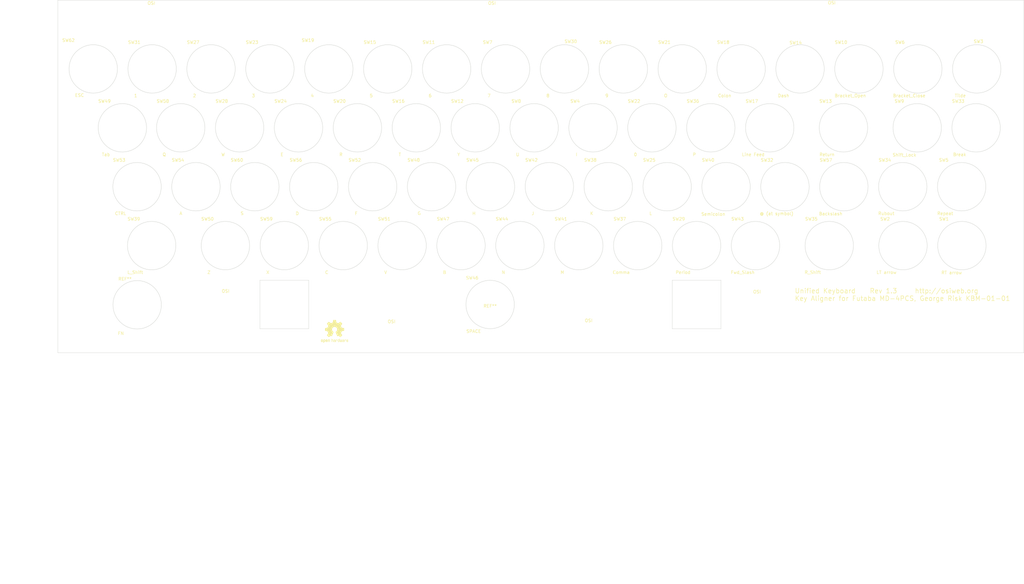
<source format=kicad_pcb>
(kicad_pcb (version 20171130) (host pcbnew "(5.1.5-0-10_14)")

  (general
    (thickness 1.6)
    (drawings 14)
    (tracks 0)
    (zones 0)
    (modules 75)
    (nets 1)
  )

  (page B)
  (title_block
    (title "Futaba Key aligner")
    (date 2019-08-25)
    (rev 1.1)
    (company OSIWeb.org)
    (comment 1 "Key matrix w/ LED")
  )

  (layers
    (0 F.Cu signal)
    (31 B.Cu signal)
    (32 B.Adhes user)
    (33 F.Adhes user)
    (34 B.Paste user)
    (35 F.Paste user)
    (36 B.SilkS user)
    (37 F.SilkS user)
    (38 B.Mask user)
    (39 F.Mask user)
    (40 Dwgs.User user)
    (41 Cmts.User user)
    (42 Eco1.User user)
    (43 Eco2.User user)
    (44 Edge.Cuts user)
    (45 Margin user)
    (46 B.CrtYd user)
    (47 F.CrtYd user)
    (48 B.Fab user)
    (49 F.Fab user)
  )

  (setup
    (last_trace_width 0.254)
    (user_trace_width 0.254)
    (user_trace_width 0.508)
    (user_trace_width 1.27)
    (trace_clearance 0.2)
    (zone_clearance 0.508)
    (zone_45_only no)
    (trace_min 0.2)
    (via_size 0.8128)
    (via_drill 0.4064)
    (via_min_size 0.4)
    (via_min_drill 0.3)
    (user_via 1.27 0.7112)
    (uvia_size 0.3048)
    (uvia_drill 0.1016)
    (uvias_allowed no)
    (uvia_min_size 0.2)
    (uvia_min_drill 0.1)
    (edge_width 0.05)
    (segment_width 0.2)
    (pcb_text_width 0.3)
    (pcb_text_size 1.5 1.5)
    (mod_edge_width 0.12)
    (mod_text_size 1 1)
    (mod_text_width 0.15)
    (pad_size 1.6256 1.6256)
    (pad_drill 1.6256)
    (pad_to_mask_clearance 0)
    (aux_axis_origin 61.4172 179.1081)
    (visible_elements 7FFFEFFF)
    (pcbplotparams
      (layerselection 0x010fc_ffffffff)
      (usegerberextensions false)
      (usegerberattributes false)
      (usegerberadvancedattributes false)
      (creategerberjobfile false)
      (excludeedgelayer true)
      (linewidth 0.100000)
      (plotframeref false)
      (viasonmask false)
      (mode 1)
      (useauxorigin false)
      (hpglpennumber 1)
      (hpglpenspeed 20)
      (hpglpendiameter 15.000000)
      (psnegative false)
      (psa4output false)
      (plotreference true)
      (plotvalue true)
      (plotinvisibletext false)
      (padsonsilk false)
      (subtractmaskfromsilk false)
      (outputformat 1)
      (mirror false)
      (drillshape 0)
      (scaleselection 1)
      (outputdirectory "futaba-aligner-outputs"))
  )

  (net 0 "")

  (net_class Default "This is the default net class."
    (clearance 0.2)
    (trace_width 0.254)
    (via_dia 0.8128)
    (via_drill 0.4064)
    (uvia_dia 0.3048)
    (uvia_drill 0.1016)
    (diff_pair_width 0.2032)
    (diff_pair_gap 0.254)
  )

  (net_class power1 ""
    (clearance 0.254)
    (trace_width 1.27)
    (via_dia 1.27)
    (via_drill 0.7112)
    (uvia_dia 0.3048)
    (uvia_drill 0.1016)
    (diff_pair_width 0.2032)
    (diff_pair_gap 0.254)
  )

  (net_class signal ""
    (clearance 0.2032)
    (trace_width 0.254)
    (via_dia 0.8128)
    (via_drill 0.4064)
    (uvia_dia 0.3048)
    (uvia_drill 0.1016)
    (diff_pair_width 0.2032)
    (diff_pair_gap 0.254)
  )

  (module unikbd:Futaba-MD-4PCS-aligner locked (layer F.Cu) (tedit 5DA63068) (tstamp 5E0A54F3)
    (at 68.57238 89.79916)
    (fp_text reference SW62 (at -8.01878 -9.25576) (layer F.SilkS)
      (effects (font (size 1 1) (thickness 0.15)))
    )
    (fp_text value ESC (at -4.43738 8.52424) (layer F.SilkS)
      (effects (font (size 1 1) (thickness 0.15)))
    )
    (fp_circle (center 0 0) (end 7.8232 0) (layer Edge.Cuts) (width 0.12))
    (pad "" np_thru_hole circle (at -6.985 -6.985) (size 1.6256 1.6256) (drill 1.6256) (layers *.Cu *.Mask))
    (pad "" np_thru_hole circle (at -6.985 6.985) (size 1.6256 1.6256) (drill 1.6256) (layers *.Cu *.Mask))
    (pad "" np_thru_hole circle (at 6.985 6.985) (size 1.6256 1.6256) (drill 1.6256) (layers *.Cu *.Mask))
    (pad "" np_thru_hole circle (at 6.985 -6.985) (size 1.6256 1.6256) (drill 1.6256) (layers *.Cu *.Mask))
  )

  (module unikbd:Futaba-MD-4PCS-aligner (layer F.Cu) (tedit 5DA63068) (tstamp 5E0A1078)
    (at 82.7786 166.0906)
    (fp_text reference REF** (at -3.937 -8.3566) (layer F.SilkS)
      (effects (font (size 1 1) (thickness 0.15)))
    )
    (fp_text value FN (at -5.2832 9.2456) (layer F.SilkS)
      (effects (font (size 1 1) (thickness 0.15)))
    )
    (fp_circle (center 0 0) (end 7.8232 0) (layer Edge.Cuts) (width 0.12))
    (pad "" np_thru_hole circle (at -6.985 -6.985) (size 1.6256 1.6256) (drill 1.6256) (layers *.Cu *.Mask))
    (pad "" np_thru_hole circle (at -6.985 6.985) (size 1.6256 1.6256) (drill 1.6256) (layers *.Cu *.Mask))
    (pad "" np_thru_hole circle (at 6.985 6.985) (size 1.6256 1.6256) (drill 1.6256) (layers *.Cu *.Mask))
    (pad "" np_thru_hole circle (at 6.985 -6.985) (size 1.6256 1.6256) (drill 1.6256) (layers *.Cu *.Mask))
  )

  (module unikbd:OSI_spacer_holes (layer F.Cu) (tedit 5E099C16) (tstamp 5E0A12E7)
    (at 196.94398 165.99916)
    (fp_text reference REF** (at 0 0.5) (layer F.SilkS)
      (effects (font (size 1 1) (thickness 0.15)))
    )
    (fp_text value "OSI mounting holes" (at 0 -0.5) (layer F.Fab)
      (effects (font (size 1 1) (thickness 0.15)))
    )
    (fp_circle (center -85.979 0.4826) (end -82.229 0.4826) (layer F.CrtYd) (width 0.05))
    (fp_circle (center -85.979 0.4826) (end -82.479 0.4826) (layer Cmts.User) (width 0.15))
    (fp_text user %R (at -85.28558 5.27304) (layer F.Fab)
      (effects (font (size 1 1) (thickness 0.15)))
    )
    (fp_text user OSI (at -85.53958 -4.32816) (layer F.SilkS)
      (effects (font (size 1 1) (thickness 0.15)))
    )
    (fp_circle (center 85.979 0.4826) (end 89.729 0.4826) (layer F.CrtYd) (width 0.05))
    (fp_circle (center 85.979 0.4826) (end 89.479 0.4826) (layer Cmts.User) (width 0.15))
    (fp_text user %R (at 86.57082 5.50164) (layer F.Fab)
      (effects (font (size 1 1) (thickness 0.15)))
    )
    (fp_text user OSI (at 86.31682 -4.09956) (layer F.SilkS)
      (effects (font (size 1 1) (thickness 0.15)))
    )
    (fp_circle (center 31.75 10.16) (end 35.5 10.16) (layer F.CrtYd) (width 0.05))
    (fp_circle (center 31.75 10.16) (end 35.25 10.16) (layer Cmts.User) (width 0.15))
    (fp_text user %R (at 32.13862 14.79804) (layer F.Fab)
      (effects (font (size 1 1) (thickness 0.15)))
    )
    (fp_text user OSI (at 31.88462 5.19684) (layer F.SilkS)
      (effects (font (size 1 1) (thickness 0.15)))
    )
    (fp_circle (center -31.75 10.16) (end -28 10.16) (layer F.CrtYd) (width 0.05))
    (fp_circle (center -31.75 10.16) (end -28.25 10.16) (layer Cmts.User) (width 0.15))
    (fp_text user %R (at -31.61538 15.12824) (layer F.Fab)
      (effects (font (size 1 1) (thickness 0.15)))
    )
    (fp_text user OSI (at -31.86938 5.52704) (layer F.SilkS)
      (effects (font (size 1 1) (thickness 0.15)))
    )
    (fp_circle (center 0 -92.8624) (end 3.75 -92.8624) (layer F.CrtYd) (width 0.05))
    (fp_circle (center 0 -92.8624) (end 3.5 -92.8624) (layer Cmts.User) (width 0.15))
    (fp_text user OSI (at 0.59182 -97.46996) (layer F.SilkS)
      (effects (font (size 1 1) (thickness 0.15)))
    )
    (fp_text user %R (at 0.84582 -87.86876) (layer F.Fab)
      (effects (font (size 1 1) (thickness 0.15)))
    )
    (fp_circle (center -109.855 -92.8624) (end -106.105 -92.8624) (layer F.CrtYd) (width 0.05))
    (fp_circle (center -109.855 -92.8624) (end -106.355 -92.8624) (layer Cmts.User) (width 0.15))
    (fp_text user OSI (at -109.56798 -97.46996) (layer F.SilkS)
      (effects (font (size 1 1) (thickness 0.15)))
    )
    (fp_text user %R (at -109.31398 -87.86876) (layer F.Fab)
      (effects (font (size 1 1) (thickness 0.15)))
    )
    (fp_circle (center 109.855 -92.8624) (end 113.605 -92.8624) (layer F.CrtYd) (width 0.05))
    (fp_circle (center 109.855 -92.8624) (end 113.355 -92.8624) (layer Cmts.User) (width 0.15))
    (fp_text user OSI (at 110.49762 -97.57156) (layer F.SilkS)
      (effects (font (size 1 1) (thickness 0.15)))
    )
    (fp_text user %R (at 110.75162 -87.97036) (layer F.Fab)
      (effects (font (size 1 1) (thickness 0.15)))
    )
    (pad "" np_thru_hole circle (at -85.979 0.4826) (size 6.858 6.858) (drill 6.858) (layers *.Cu *.Mask))
    (pad "" np_thru_hole circle (at 85.979 0.4826) (size 6.858 6.858) (drill 6.858) (layers *.Cu *.Mask))
    (pad "" np_thru_hole circle (at 31.75 10.16) (size 6.858 6.858) (drill 6.858) (layers *.Cu *.Mask))
    (pad "" np_thru_hole circle (at -31.75 10.16) (size 6.858 6.858) (drill 6.858) (layers *.Cu *.Mask))
    (pad "" np_thru_hole circle (at 0 -92.8624) (size 6.858 6.858) (drill 6.858) (layers *.Cu *.Mask))
    (pad "" np_thru_hole circle (at -109.855 -92.8624) (size 6.858 6.858) (drill 6.858) (layers *.Cu *.Mask))
    (pad "" np_thru_hole circle (at 109.855 -92.8624) (size 6.858 6.858) (drill 6.858) (layers *.Cu *.Mask))
  )

  (module Symbol:OSHW-Logo2_9.8x8mm_SilkScreen (layer F.Cu) (tedit 0) (tstamp 5E0A0CF2)
    (at 146.6342 174.7012)
    (descr "Open Source Hardware Symbol")
    (tags "Logo Symbol OSHW")
    (attr virtual)
    (fp_text reference REF** (at 0 0) (layer F.SilkS) hide
      (effects (font (size 1 1) (thickness 0.15)))
    )
    (fp_text value OSHW-Logo2_9.8x8mm_SilkScreen (at 0.5334 5.0038) (layer F.Fab) hide
      (effects (font (size 1 1) (thickness 0.15)))
    )
    (fp_poly (pts (xy 0.139878 -3.712224) (xy 0.245612 -3.711645) (xy 0.322132 -3.710078) (xy 0.374372 -3.707028)
      (xy 0.407263 -3.702004) (xy 0.425737 -3.694511) (xy 0.434727 -3.684056) (xy 0.439163 -3.670147)
      (xy 0.439594 -3.668346) (xy 0.446333 -3.635855) (xy 0.458808 -3.571748) (xy 0.475719 -3.482849)
      (xy 0.495771 -3.375981) (xy 0.517664 -3.257967) (xy 0.518429 -3.253822) (xy 0.540359 -3.138169)
      (xy 0.560877 -3.035986) (xy 0.578659 -2.953402) (xy 0.592381 -2.896544) (xy 0.600718 -2.871542)
      (xy 0.601116 -2.871099) (xy 0.625677 -2.85889) (xy 0.676315 -2.838544) (xy 0.742095 -2.814455)
      (xy 0.742461 -2.814326) (xy 0.825317 -2.783182) (xy 0.923 -2.743509) (xy 1.015077 -2.703619)
      (xy 1.019434 -2.701647) (xy 1.169407 -2.63358) (xy 1.501498 -2.860361) (xy 1.603374 -2.929496)
      (xy 1.695657 -2.991303) (xy 1.773003 -3.042267) (xy 1.830064 -3.078873) (xy 1.861495 -3.097606)
      (xy 1.864479 -3.098996) (xy 1.887321 -3.09281) (xy 1.929982 -3.062965) (xy 1.994128 -3.008053)
      (xy 2.081421 -2.926666) (xy 2.170535 -2.840078) (xy 2.256441 -2.754753) (xy 2.333327 -2.676892)
      (xy 2.396564 -2.611303) (xy 2.441523 -2.562795) (xy 2.463576 -2.536175) (xy 2.464396 -2.534805)
      (xy 2.466834 -2.516537) (xy 2.45765 -2.486705) (xy 2.434574 -2.441279) (xy 2.395337 -2.37623)
      (xy 2.33767 -2.28753) (xy 2.260795 -2.173343) (xy 2.19257 -2.072838) (xy 2.131582 -1.982697)
      (xy 2.081356 -1.908151) (xy 2.045416 -1.854435) (xy 2.027287 -1.826782) (xy 2.026146 -1.824905)
      (xy 2.028359 -1.79841) (xy 2.045138 -1.746914) (xy 2.073142 -1.680149) (xy 2.083122 -1.658828)
      (xy 2.126672 -1.563841) (xy 2.173134 -1.456063) (xy 2.210877 -1.362808) (xy 2.238073 -1.293594)
      (xy 2.259675 -1.240994) (xy 2.272158 -1.213503) (xy 2.273709 -1.211384) (xy 2.296668 -1.207876)
      (xy 2.350786 -1.198262) (xy 2.428868 -1.183911) (xy 2.523719 -1.166193) (xy 2.628143 -1.146475)
      (xy 2.734944 -1.126126) (xy 2.836926 -1.106514) (xy 2.926894 -1.089009) (xy 2.997653 -1.074978)
      (xy 3.042006 -1.065791) (xy 3.052885 -1.063193) (xy 3.064122 -1.056782) (xy 3.072605 -1.042303)
      (xy 3.078714 -1.014867) (xy 3.082832 -0.969589) (xy 3.085341 -0.90158) (xy 3.086621 -0.805953)
      (xy 3.087054 -0.67782) (xy 3.087077 -0.625299) (xy 3.087077 -0.198155) (xy 2.9845 -0.177909)
      (xy 2.927431 -0.16693) (xy 2.842269 -0.150905) (xy 2.739372 -0.131767) (xy 2.629096 -0.111449)
      (xy 2.598615 -0.105868) (xy 2.496855 -0.086083) (xy 2.408205 -0.066627) (xy 2.340108 -0.049303)
      (xy 2.300004 -0.035912) (xy 2.293323 -0.031921) (xy 2.276919 -0.003658) (xy 2.253399 0.051109)
      (xy 2.227316 0.121588) (xy 2.222142 0.136769) (xy 2.187956 0.230896) (xy 2.145523 0.337101)
      (xy 2.103997 0.432473) (xy 2.103792 0.432916) (xy 2.03464 0.582525) (xy 2.489512 1.251617)
      (xy 2.1975 1.544116) (xy 2.10918 1.63117) (xy 2.028625 1.707909) (xy 1.96036 1.770237)
      (xy 1.908908 1.814056) (xy 1.878794 1.83527) (xy 1.874474 1.836616) (xy 1.849111 1.826016)
      (xy 1.797358 1.796547) (xy 1.724868 1.751705) (xy 1.637294 1.694984) (xy 1.542612 1.631462)
      (xy 1.446516 1.566668) (xy 1.360837 1.510287) (xy 1.291016 1.465788) (xy 1.242494 1.436639)
      (xy 1.220782 1.426308) (xy 1.194293 1.43505) (xy 1.144062 1.458087) (xy 1.080451 1.490631)
      (xy 1.073708 1.494249) (xy 0.988046 1.53721) (xy 0.929306 1.558279) (xy 0.892772 1.558503)
      (xy 0.873731 1.538928) (xy 0.87362 1.538654) (xy 0.864102 1.515472) (xy 0.841403 1.460441)
      (xy 0.807282 1.377822) (xy 0.7635 1.271872) (xy 0.711816 1.146852) (xy 0.653992 1.00702)
      (xy 0.597991 0.871637) (xy 0.536447 0.722234) (xy 0.479939 0.583832) (xy 0.430161 0.460673)
      (xy 0.388806 0.357002) (xy 0.357568 0.277059) (xy 0.338141 0.225088) (xy 0.332154 0.205692)
      (xy 0.347168 0.183443) (xy 0.386439 0.147982) (xy 0.438807 0.108887) (xy 0.587941 -0.014755)
      (xy 0.704511 -0.156478) (xy 0.787118 -0.313296) (xy 0.834366 -0.482225) (xy 0.844857 -0.660278)
      (xy 0.837231 -0.742461) (xy 0.795682 -0.912969) (xy 0.724123 -1.063541) (xy 0.626995 -1.192691)
      (xy 0.508734 -1.298936) (xy 0.37378 -1.38079) (xy 0.226571 -1.436768) (xy 0.071544 -1.465385)
      (xy -0.086861 -1.465156) (xy -0.244206 -1.434595) (xy -0.396054 -1.372218) (xy -0.537965 -1.27654)
      (xy -0.597197 -1.222428) (xy -0.710797 -1.08348) (xy -0.789894 -0.931639) (xy -0.835014 -0.771333)
      (xy -0.846684 -0.606988) (xy -0.825431 -0.443029) (xy -0.77178 -0.283882) (xy -0.68626 -0.133975)
      (xy -0.569395 0.002267) (xy -0.438807 0.108887) (xy -0.384412 0.149642) (xy -0.345986 0.184718)
      (xy -0.332154 0.205726) (xy -0.339397 0.228635) (xy -0.359995 0.283365) (xy -0.392254 0.365672)
      (xy -0.434479 0.471315) (xy -0.484977 0.59605) (xy -0.542052 0.735636) (xy -0.598146 0.87167)
      (xy -0.660033 1.021201) (xy -0.717356 1.159767) (xy -0.768356 1.283107) (xy -0.811273 1.386964)
      (xy -0.844347 1.46708) (xy -0.865819 1.519195) (xy -0.873775 1.538654) (xy -0.892571 1.558423)
      (xy -0.928926 1.558365) (xy -0.987521 1.537441) (xy -1.073032 1.494613) (xy -1.073708 1.494249)
      (xy -1.138093 1.461012) (xy -1.190139 1.436802) (xy -1.219488 1.426404) (xy -1.220783 1.426308)
      (xy -1.242876 1.436855) (xy -1.291652 1.466184) (xy -1.361669 1.510827) (xy -1.447486 1.567314)
      (xy -1.542612 1.631462) (xy -1.63946 1.696411) (xy -1.726747 1.752896) (xy -1.798819 1.797421)
      (xy -1.850023 1.82649) (xy -1.874474 1.836616) (xy -1.89699 1.823307) (xy -1.942258 1.786112)
      (xy -2.005756 1.729128) (xy -2.082961 1.656449) (xy -2.169349 1.572171) (xy -2.197601 1.544016)
      (xy -2.489713 1.251416) (xy -2.267369 0.925104) (xy -2.199798 0.824897) (xy -2.140493 0.734963)
      (xy -2.092783 0.66051) (xy -2.059993 0.606751) (xy -2.045452 0.578894) (xy -2.045026 0.576912)
      (xy -2.052692 0.550655) (xy -2.073311 0.497837) (xy -2.103315 0.42731) (xy -2.124375 0.380093)
      (xy -2.163752 0.289694) (xy -2.200835 0.198366) (xy -2.229585 0.1212) (xy -2.237395 0.097692)
      (xy -2.259583 0.034916) (xy -2.281273 -0.013589) (xy -2.293187 -0.031921) (xy -2.319477 -0.043141)
      (xy -2.376858 -0.059046) (xy -2.457882 -0.077833) (xy -2.555105 -0.097701) (xy -2.598615 -0.105868)
      (xy -2.709104 -0.126171) (xy -2.815084 -0.14583) (xy -2.906199 -0.162912) (xy -2.972092 -0.175482)
      (xy -2.9845 -0.177909) (xy -3.087077 -0.198155) (xy -3.087077 -0.625299) (xy -3.086847 -0.765754)
      (xy -3.085901 -0.872021) (xy -3.083859 -0.948987) (xy -3.080338 -1.00154) (xy -3.074957 -1.034567)
      (xy -3.067334 -1.052955) (xy -3.057088 -1.061592) (xy -3.052885 -1.063193) (xy -3.02753 -1.068873)
      (xy -2.971516 -1.080205) (xy -2.892036 -1.095821) (xy -2.796288 -1.114353) (xy -2.691467 -1.134431)
      (xy -2.584768 -1.154688) (xy -2.483387 -1.173754) (xy -2.394521 -1.190261) (xy -2.325363 -1.202841)
      (xy -2.283111 -1.210125) (xy -2.27371 -1.211384) (xy -2.265193 -1.228237) (xy -2.24634 -1.27313)
      (xy -2.220676 -1.33757) (xy -2.210877 -1.362808) (xy -2.171352 -1.460314) (xy -2.124808 -1.568041)
      (xy -2.083123 -1.658828) (xy -2.05245 -1.728247) (xy -2.032044 -1.78529) (xy -2.025232 -1.820223)
      (xy -2.026318 -1.824905) (xy -2.040715 -1.847009) (xy -2.073588 -1.896169) (xy -2.12141 -1.967152)
      (xy -2.180652 -2.054722) (xy -2.247785 -2.153643) (xy -2.261059 -2.17317) (xy -2.338954 -2.28886)
      (xy -2.396213 -2.376956) (xy -2.435119 -2.441514) (xy -2.457956 -2.486589) (xy -2.467006 -2.516237)
      (xy -2.464552 -2.534515) (xy -2.464489 -2.534631) (xy -2.445173 -2.558639) (xy -2.402449 -2.605053)
      (xy -2.340949 -2.669063) (xy -2.265302 -2.745855) (xy -2.180139 -2.830618) (xy -2.170535 -2.840078)
      (xy -2.06321 -2.944011) (xy -1.980385 -3.020325) (xy -1.920395 -3.070429) (xy -1.881577 -3.09573)
      (xy -1.86448 -3.098996) (xy -1.839527 -3.08475) (xy -1.787745 -3.051844) (xy -1.71448 -3.003792)
      (xy -1.62508 -2.94411) (xy -1.524889 -2.876312) (xy -1.501499 -2.860361) (xy -1.169407 -2.63358)
      (xy -1.019435 -2.701647) (xy -0.92823 -2.741315) (xy -0.830331 -2.781209) (xy -0.746169 -2.813017)
      (xy -0.742462 -2.814326) (xy -0.676631 -2.838424) (xy -0.625884 -2.8588) (xy -0.601158 -2.871064)
      (xy -0.601116 -2.871099) (xy -0.593271 -2.893266) (xy -0.579934 -2.947783) (xy -0.56243 -3.02852)
      (xy -0.542083 -3.12935) (xy -0.520218 -3.244144) (xy -0.518429 -3.253822) (xy -0.496496 -3.372096)
      (xy -0.47636 -3.479458) (xy -0.45932 -3.569083) (xy -0.446672 -3.634149) (xy -0.439716 -3.667832)
      (xy -0.439594 -3.668346) (xy -0.435361 -3.682675) (xy -0.427129 -3.693493) (xy -0.409967 -3.701294)
      (xy -0.378942 -3.706571) (xy -0.329122 -3.709818) (xy -0.255576 -3.711528) (xy -0.153371 -3.712193)
      (xy -0.017575 -3.712307) (xy 0 -3.712308) (xy 0.139878 -3.712224)) (layer F.SilkS) (width 0.01))
    (fp_poly (pts (xy 4.245224 2.647838) (xy 4.322528 2.698361) (xy 4.359814 2.74359) (xy 4.389353 2.825663)
      (xy 4.391699 2.890607) (xy 4.386385 2.977445) (xy 4.186115 3.065103) (xy 4.088739 3.109887)
      (xy 4.025113 3.145913) (xy 3.992029 3.177117) (xy 3.98628 3.207436) (xy 4.004658 3.240805)
      (xy 4.024923 3.262923) (xy 4.083889 3.298393) (xy 4.148024 3.300879) (xy 4.206926 3.273235)
      (xy 4.250197 3.21832) (xy 4.257936 3.198928) (xy 4.295006 3.138364) (xy 4.337654 3.112552)
      (xy 4.396154 3.090471) (xy 4.396154 3.174184) (xy 4.390982 3.23115) (xy 4.370723 3.279189)
      (xy 4.328262 3.334346) (xy 4.321951 3.341514) (xy 4.27472 3.390585) (xy 4.234121 3.41692)
      (xy 4.183328 3.429035) (xy 4.14122 3.433003) (xy 4.065902 3.433991) (xy 4.012286 3.421466)
      (xy 3.978838 3.402869) (xy 3.926268 3.361975) (xy 3.889879 3.317748) (xy 3.86685 3.262126)
      (xy 3.854359 3.187047) (xy 3.849587 3.084449) (xy 3.849206 3.032376) (xy 3.850501 2.969948)
      (xy 3.968471 2.969948) (xy 3.969839 3.003438) (xy 3.973249 3.008923) (xy 3.995753 3.001472)
      (xy 4.044182 2.981753) (xy 4.108908 2.953718) (xy 4.122443 2.947692) (xy 4.204244 2.906096)
      (xy 4.249312 2.869538) (xy 4.259217 2.835296) (xy 4.235526 2.800648) (xy 4.21596 2.785339)
      (xy 4.14536 2.754721) (xy 4.07928 2.75978) (xy 4.023959 2.797151) (xy 3.985636 2.863473)
      (xy 3.973349 2.916116) (xy 3.968471 2.969948) (xy 3.850501 2.969948) (xy 3.85173 2.91072)
      (xy 3.861032 2.82071) (xy 3.87946 2.755167) (xy 3.90936 2.706912) (xy 3.95308 2.668767)
      (xy 3.972141 2.65644) (xy 4.058726 2.624336) (xy 4.153522 2.622316) (xy 4.245224 2.647838)) (layer F.SilkS) (width 0.01))
    (fp_poly (pts (xy 3.570807 2.636782) (xy 3.594161 2.646988) (xy 3.649902 2.691134) (xy 3.697569 2.754967)
      (xy 3.727048 2.823087) (xy 3.731846 2.85667) (xy 3.71576 2.903556) (xy 3.680475 2.928365)
      (xy 3.642644 2.943387) (xy 3.625321 2.946155) (xy 3.616886 2.926066) (xy 3.60023 2.882351)
      (xy 3.592923 2.862598) (xy 3.551948 2.794271) (xy 3.492622 2.760191) (xy 3.416552 2.761239)
      (xy 3.410918 2.762581) (xy 3.370305 2.781836) (xy 3.340448 2.819375) (xy 3.320055 2.879809)
      (xy 3.307836 2.967751) (xy 3.3025 3.087813) (xy 3.302 3.151698) (xy 3.301752 3.252403)
      (xy 3.300126 3.321054) (xy 3.295801 3.364673) (xy 3.287454 3.390282) (xy 3.273765 3.404903)
      (xy 3.253411 3.415558) (xy 3.252234 3.416095) (xy 3.213038 3.432667) (xy 3.193619 3.438769)
      (xy 3.190635 3.420319) (xy 3.188081 3.369323) (xy 3.18614 3.292308) (xy 3.184997 3.195805)
      (xy 3.184769 3.125184) (xy 3.185932 2.988525) (xy 3.190479 2.884851) (xy 3.199999 2.808108)
      (xy 3.216081 2.752246) (xy 3.240313 2.711212) (xy 3.274286 2.678954) (xy 3.307833 2.65644)
      (xy 3.388499 2.626476) (xy 3.482381 2.619718) (xy 3.570807 2.636782)) (layer F.SilkS) (width 0.01))
    (fp_poly (pts (xy 2.887333 2.633528) (xy 2.94359 2.659117) (xy 2.987747 2.690124) (xy 3.020101 2.724795)
      (xy 3.042438 2.76952) (xy 3.056546 2.830692) (xy 3.064211 2.914701) (xy 3.06722 3.02794)
      (xy 3.067538 3.102509) (xy 3.067538 3.39342) (xy 3.017773 3.416095) (xy 2.978576 3.432667)
      (xy 2.959157 3.438769) (xy 2.955442 3.42061) (xy 2.952495 3.371648) (xy 2.950691 3.300153)
      (xy 2.950308 3.243385) (xy 2.948661 3.161371) (xy 2.944222 3.096309) (xy 2.93774 3.056467)
      (xy 2.93259 3.048) (xy 2.897977 3.056646) (xy 2.84364 3.078823) (xy 2.780722 3.108886)
      (xy 2.720368 3.141192) (xy 2.673721 3.170098) (xy 2.651926 3.189961) (xy 2.651839 3.190175)
      (xy 2.653714 3.226935) (xy 2.670525 3.262026) (xy 2.700039 3.290528) (xy 2.743116 3.300061)
      (xy 2.779932 3.29895) (xy 2.832074 3.298133) (xy 2.859444 3.310349) (xy 2.875882 3.342624)
      (xy 2.877955 3.34871) (xy 2.885081 3.394739) (xy 2.866024 3.422687) (xy 2.816353 3.436007)
      (xy 2.762697 3.43847) (xy 2.666142 3.42021) (xy 2.616159 3.394131) (xy 2.554429 3.332868)
      (xy 2.52169 3.25767) (xy 2.518753 3.178211) (xy 2.546424 3.104167) (xy 2.588047 3.057769)
      (xy 2.629604 3.031793) (xy 2.694922 2.998907) (xy 2.771038 2.965557) (xy 2.783726 2.960461)
      (xy 2.867333 2.923565) (xy 2.91553 2.891046) (xy 2.93103 2.858718) (xy 2.91655 2.822394)
      (xy 2.891692 2.794) (xy 2.832939 2.759039) (xy 2.768293 2.756417) (xy 2.709008 2.783358)
      (xy 2.666339 2.837088) (xy 2.660739 2.85095) (xy 2.628133 2.901936) (xy 2.58053 2.939787)
      (xy 2.520461 2.97085) (xy 2.520461 2.882768) (xy 2.523997 2.828951) (xy 2.539156 2.786534)
      (xy 2.572768 2.741279) (xy 2.605035 2.70642) (xy 2.655209 2.657062) (xy 2.694193 2.630547)
      (xy 2.736064 2.619911) (xy 2.78346 2.618154) (xy 2.887333 2.633528)) (layer F.SilkS) (width 0.01))
    (fp_poly (pts (xy 2.395929 2.636662) (xy 2.398911 2.688068) (xy 2.401247 2.766192) (xy 2.402749 2.864857)
      (xy 2.403231 2.968343) (xy 2.403231 3.318533) (xy 2.341401 3.380363) (xy 2.298793 3.418462)
      (xy 2.26139 3.433895) (xy 2.21027 3.432918) (xy 2.189978 3.430433) (xy 2.126554 3.4232)
      (xy 2.074095 3.419055) (xy 2.061308 3.418672) (xy 2.018199 3.421176) (xy 1.956544 3.427462)
      (xy 1.932638 3.430433) (xy 1.873922 3.435028) (xy 1.834464 3.425046) (xy 1.795338 3.394228)
      (xy 1.781215 3.380363) (xy 1.719385 3.318533) (xy 1.719385 2.663503) (xy 1.76915 2.640829)
      (xy 1.812002 2.624034) (xy 1.837073 2.618154) (xy 1.843501 2.636736) (xy 1.849509 2.688655)
      (xy 1.854697 2.768172) (xy 1.858664 2.869546) (xy 1.860577 2.955192) (xy 1.865923 3.292231)
      (xy 1.91256 3.298825) (xy 1.954976 3.294214) (xy 1.97576 3.279287) (xy 1.98157 3.251377)
      (xy 1.98653 3.191925) (xy 1.990246 3.108466) (xy 1.992324 3.008532) (xy 1.992624 2.957104)
      (xy 1.992923 2.661054) (xy 2.054454 2.639604) (xy 2.098004 2.62502) (xy 2.121694 2.618219)
      (xy 2.122377 2.618154) (xy 2.124754 2.636642) (xy 2.127366 2.687906) (xy 2.129995 2.765649)
      (xy 2.132421 2.863574) (xy 2.134115 2.955192) (xy 2.139461 3.292231) (xy 2.256692 3.292231)
      (xy 2.262072 2.984746) (xy 2.267451 2.677261) (xy 2.324601 2.647707) (xy 2.366797 2.627413)
      (xy 2.39177 2.618204) (xy 2.392491 2.618154) (xy 2.395929 2.636662)) (layer F.SilkS) (width 0.01))
    (fp_poly (pts (xy 1.602081 2.780289) (xy 1.601833 2.92632) (xy 1.600872 3.038655) (xy 1.598794 3.122678)
      (xy 1.595193 3.183769) (xy 1.589665 3.227309) (xy 1.581804 3.258679) (xy 1.571207 3.283262)
      (xy 1.563182 3.297294) (xy 1.496728 3.373388) (xy 1.41247 3.421084) (xy 1.319249 3.438199)
      (xy 1.2259 3.422546) (xy 1.170312 3.394418) (xy 1.111957 3.34576) (xy 1.072186 3.286333)
      (xy 1.04819 3.208507) (xy 1.037161 3.104652) (xy 1.035599 3.028462) (xy 1.035809 3.022986)
      (xy 1.172308 3.022986) (xy 1.173141 3.110355) (xy 1.176961 3.168192) (xy 1.185746 3.206029)
      (xy 1.201474 3.233398) (xy 1.220266 3.254042) (xy 1.283375 3.29389) (xy 1.351137 3.297295)
      (xy 1.415179 3.264025) (xy 1.420164 3.259517) (xy 1.441439 3.236067) (xy 1.454779 3.208166)
      (xy 1.462001 3.166641) (xy 1.464923 3.102316) (xy 1.465385 3.0312) (xy 1.464383 2.941858)
      (xy 1.460238 2.882258) (xy 1.451236 2.843089) (xy 1.435667 2.81504) (xy 1.422902 2.800144)
      (xy 1.3636 2.762575) (xy 1.295301 2.758057) (xy 1.23011 2.786753) (xy 1.217528 2.797406)
      (xy 1.196111 2.821063) (xy 1.182744 2.849251) (xy 1.175566 2.891245) (xy 1.172719 2.956319)
      (xy 1.172308 3.022986) (xy 1.035809 3.022986) (xy 1.040322 2.905765) (xy 1.056362 2.813577)
      (xy 1.086528 2.744269) (xy 1.133629 2.690211) (xy 1.170312 2.662505) (xy 1.23699 2.632572)
      (xy 1.314272 2.618678) (xy 1.38611 2.622397) (xy 1.426308 2.6374) (xy 1.442082 2.64167)
      (xy 1.45255 2.62575) (xy 1.459856 2.583089) (xy 1.465385 2.518106) (xy 1.471437 2.445732)
      (xy 1.479844 2.402187) (xy 1.495141 2.377287) (xy 1.521864 2.360845) (xy 1.538654 2.353564)
      (xy 1.602154 2.326963) (xy 1.602081 2.780289)) (layer F.SilkS) (width 0.01))
    (fp_poly (pts (xy 0.713362 2.62467) (xy 0.802117 2.657421) (xy 0.874022 2.71535) (xy 0.902144 2.756128)
      (xy 0.932802 2.830954) (xy 0.932165 2.885058) (xy 0.899987 2.921446) (xy 0.888081 2.927633)
      (xy 0.836675 2.946925) (xy 0.810422 2.941982) (xy 0.80153 2.909587) (xy 0.801077 2.891692)
      (xy 0.784797 2.825859) (xy 0.742365 2.779807) (xy 0.683388 2.757564) (xy 0.617475 2.763161)
      (xy 0.563895 2.792229) (xy 0.545798 2.80881) (xy 0.532971 2.828925) (xy 0.524306 2.859332)
      (xy 0.518696 2.906788) (xy 0.515035 2.97805) (xy 0.512215 3.079875) (xy 0.511484 3.112115)
      (xy 0.50882 3.22241) (xy 0.505792 3.300036) (xy 0.50125 3.351396) (xy 0.494046 3.38289)
      (xy 0.483033 3.40092) (xy 0.46706 3.411888) (xy 0.456834 3.416733) (xy 0.413406 3.433301)
      (xy 0.387842 3.438769) (xy 0.379395 3.420507) (xy 0.374239 3.365296) (xy 0.372346 3.272499)
      (xy 0.373689 3.141478) (xy 0.374107 3.121269) (xy 0.377058 3.001733) (xy 0.380548 2.914449)
      (xy 0.385514 2.852591) (xy 0.392893 2.809336) (xy 0.403624 2.77786) (xy 0.418645 2.751339)
      (xy 0.426502 2.739975) (xy 0.471553 2.689692) (xy 0.52194 2.650581) (xy 0.528108 2.647167)
      (xy 0.618458 2.620212) (xy 0.713362 2.62467)) (layer F.SilkS) (width 0.01))
    (fp_poly (pts (xy 0.053501 2.626303) (xy 0.13006 2.654733) (xy 0.130936 2.655279) (xy 0.178285 2.690127)
      (xy 0.213241 2.730852) (xy 0.237825 2.783925) (xy 0.254062 2.855814) (xy 0.263975 2.952992)
      (xy 0.269586 3.081928) (xy 0.270077 3.100298) (xy 0.277141 3.377287) (xy 0.217695 3.408028)
      (xy 0.174681 3.428802) (xy 0.14871 3.438646) (xy 0.147509 3.438769) (xy 0.143014 3.420606)
      (xy 0.139444 3.371612) (xy 0.137248 3.300031) (xy 0.136769 3.242068) (xy 0.136758 3.14817)
      (xy 0.132466 3.089203) (xy 0.117503 3.061079) (xy 0.085482 3.059706) (xy 0.030014 3.080998)
      (xy -0.053731 3.120136) (xy -0.115311 3.152643) (xy -0.146983 3.180845) (xy -0.156294 3.211582)
      (xy -0.156308 3.213104) (xy -0.140943 3.266054) (xy -0.095453 3.29466) (xy -0.025834 3.298803)
      (xy 0.024313 3.298084) (xy 0.050754 3.312527) (xy 0.067243 3.347218) (xy 0.076733 3.391416)
      (xy 0.063057 3.416493) (xy 0.057907 3.420082) (xy 0.009425 3.434496) (xy -0.058469 3.436537)
      (xy -0.128388 3.426983) (xy -0.177932 3.409522) (xy -0.24643 3.351364) (xy -0.285366 3.270408)
      (xy -0.293077 3.20716) (xy -0.287193 3.150111) (xy -0.265899 3.103542) (xy -0.223735 3.062181)
      (xy -0.155241 3.020755) (xy -0.054956 2.973993) (xy -0.048846 2.97135) (xy 0.04149 2.929617)
      (xy 0.097235 2.895391) (xy 0.121129 2.864635) (xy 0.115913 2.833311) (xy 0.084328 2.797383)
      (xy 0.074883 2.789116) (xy 0.011617 2.757058) (xy -0.053936 2.758407) (xy -0.111028 2.789838)
      (xy -0.148907 2.848024) (xy -0.152426 2.859446) (xy -0.1867 2.914837) (xy -0.230191 2.941518)
      (xy -0.293077 2.96796) (xy -0.293077 2.899548) (xy -0.273948 2.80011) (xy -0.217169 2.708902)
      (xy -0.187622 2.678389) (xy -0.120458 2.639228) (xy -0.035044 2.6215) (xy 0.053501 2.626303)) (layer F.SilkS) (width 0.01))
    (fp_poly (pts (xy -0.840154 2.49212) (xy -0.834428 2.57198) (xy -0.827851 2.619039) (xy -0.818738 2.639566)
      (xy -0.805402 2.639829) (xy -0.801077 2.637378) (xy -0.743556 2.619636) (xy -0.668732 2.620672)
      (xy -0.592661 2.63891) (xy -0.545082 2.662505) (xy -0.496298 2.700198) (xy -0.460636 2.742855)
      (xy -0.436155 2.797057) (xy -0.420913 2.869384) (xy -0.41297 2.966419) (xy -0.410384 3.094742)
      (xy -0.410338 3.119358) (xy -0.410308 3.39587) (xy -0.471839 3.41732) (xy -0.515541 3.431912)
      (xy -0.539518 3.438706) (xy -0.540223 3.438769) (xy -0.542585 3.420345) (xy -0.544594 3.369526)
      (xy -0.546099 3.292993) (xy -0.546947 3.19743) (xy -0.547077 3.139329) (xy -0.547349 3.024771)
      (xy -0.548748 2.942667) (xy -0.552151 2.886393) (xy -0.558433 2.849326) (xy -0.568471 2.824844)
      (xy -0.583139 2.806325) (xy -0.592298 2.797406) (xy -0.655211 2.761466) (xy -0.723864 2.758775)
      (xy -0.786152 2.78917) (xy -0.797671 2.800144) (xy -0.814567 2.820779) (xy -0.826286 2.845256)
      (xy -0.833767 2.880647) (xy -0.837946 2.934026) (xy -0.839763 3.012466) (xy -0.840154 3.120617)
      (xy -0.840154 3.39587) (xy -0.901685 3.41732) (xy -0.945387 3.431912) (xy -0.969364 3.438706)
      (xy -0.97007 3.438769) (xy -0.971874 3.420069) (xy -0.9735 3.367322) (xy -0.974883 3.285557)
      (xy -0.975958 3.179805) (xy -0.97666 3.055094) (xy -0.976923 2.916455) (xy -0.976923 2.381806)
      (xy -0.849923 2.328236) (xy -0.840154 2.49212)) (layer F.SilkS) (width 0.01))
    (fp_poly (pts (xy -2.465746 2.599745) (xy -2.388714 2.651567) (xy -2.329184 2.726412) (xy -2.293622 2.821654)
      (xy -2.286429 2.891756) (xy -2.287246 2.921009) (xy -2.294086 2.943407) (xy -2.312888 2.963474)
      (xy -2.349592 2.985733) (xy -2.410138 3.014709) (xy -2.500466 3.054927) (xy -2.500923 3.055129)
      (xy -2.584067 3.09321) (xy -2.652247 3.127025) (xy -2.698495 3.152933) (xy -2.715842 3.167295)
      (xy -2.715846 3.167411) (xy -2.700557 3.198685) (xy -2.664804 3.233157) (xy -2.623758 3.25799)
      (xy -2.602963 3.262923) (xy -2.54623 3.245862) (xy -2.497373 3.203133) (xy -2.473535 3.156155)
      (xy -2.450603 3.121522) (xy -2.405682 3.082081) (xy -2.352877 3.048009) (xy -2.30629 3.02948)
      (xy -2.296548 3.028462) (xy -2.285582 3.045215) (xy -2.284921 3.088039) (xy -2.29298 3.145781)
      (xy -2.308173 3.207289) (xy -2.328914 3.261409) (xy -2.329962 3.26351) (xy -2.392379 3.35066)
      (xy -2.473274 3.409939) (xy -2.565144 3.439034) (xy -2.660487 3.435634) (xy -2.751802 3.397428)
      (xy -2.755862 3.394741) (xy -2.827694 3.329642) (xy -2.874927 3.244705) (xy -2.901066 3.133021)
      (xy -2.904574 3.101643) (xy -2.910787 2.953536) (xy -2.903339 2.884468) (xy -2.715846 2.884468)
      (xy -2.71341 2.927552) (xy -2.700086 2.940126) (xy -2.666868 2.930719) (xy -2.614506 2.908483)
      (xy -2.555976 2.88061) (xy -2.554521 2.879872) (xy -2.504911 2.853777) (xy -2.485 2.836363)
      (xy -2.48991 2.818107) (xy -2.510584 2.79412) (xy -2.563181 2.759406) (xy -2.619823 2.756856)
      (xy -2.670631 2.782119) (xy -2.705724 2.830847) (xy -2.715846 2.884468) (xy -2.903339 2.884468)
      (xy -2.898008 2.835036) (xy -2.865222 2.741055) (xy -2.819579 2.675215) (xy -2.737198 2.608681)
      (xy -2.646454 2.575676) (xy -2.553815 2.573573) (xy -2.465746 2.599745)) (layer F.SilkS) (width 0.01))
    (fp_poly (pts (xy -3.983114 2.587256) (xy -3.891536 2.635409) (xy -3.823951 2.712905) (xy -3.799943 2.762727)
      (xy -3.781262 2.837533) (xy -3.771699 2.932052) (xy -3.770792 3.03521) (xy -3.778079 3.135935)
      (xy -3.793097 3.223153) (xy -3.815385 3.285791) (xy -3.822235 3.296579) (xy -3.903368 3.377105)
      (xy -3.999734 3.425336) (xy -4.104299 3.43945) (xy -4.210032 3.417629) (xy -4.239457 3.404547)
      (xy -4.296759 3.364231) (xy -4.34705 3.310775) (xy -4.351803 3.303995) (xy -4.371122 3.271321)
      (xy -4.383892 3.236394) (xy -4.391436 3.190414) (xy -4.395076 3.124584) (xy -4.396135 3.030105)
      (xy -4.396154 3.008923) (xy -4.396106 3.002182) (xy -4.200769 3.002182) (xy -4.199632 3.091349)
      (xy -4.195159 3.15052) (xy -4.185754 3.188741) (xy -4.169824 3.215053) (xy -4.161692 3.223846)
      (xy -4.114942 3.257261) (xy -4.069553 3.255737) (xy -4.02366 3.226752) (xy -3.996288 3.195809)
      (xy -3.980077 3.150643) (xy -3.970974 3.07942) (xy -3.970349 3.071114) (xy -3.968796 2.942037)
      (xy -3.985035 2.846172) (xy -4.018848 2.784107) (xy -4.070016 2.756432) (xy -4.08828 2.754923)
      (xy -4.13624 2.762513) (xy -4.169047 2.788808) (xy -4.189105 2.839095) (xy -4.198822 2.918664)
      (xy -4.200769 3.002182) (xy -4.396106 3.002182) (xy -4.395426 2.908249) (xy -4.392371 2.837906)
      (xy -4.385678 2.789163) (xy -4.37404 2.753288) (xy -4.356147 2.721548) (xy -4.352192 2.715648)
      (xy -4.285733 2.636104) (xy -4.213315 2.589929) (xy -4.125151 2.571599) (xy -4.095213 2.570703)
      (xy -3.983114 2.587256)) (layer F.SilkS) (width 0.01))
    (fp_poly (pts (xy -1.728336 2.595089) (xy -1.665633 2.631358) (xy -1.622039 2.667358) (xy -1.590155 2.705075)
      (xy -1.56819 2.751199) (xy -1.554351 2.812421) (xy -1.546847 2.895431) (xy -1.543883 3.006919)
      (xy -1.543539 3.087062) (xy -1.543539 3.382065) (xy -1.709615 3.456515) (xy -1.719385 3.133402)
      (xy -1.723421 3.012729) (xy -1.727656 2.925141) (xy -1.732903 2.86465) (xy -1.739975 2.825268)
      (xy -1.749689 2.801007) (xy -1.762856 2.78588) (xy -1.767081 2.782606) (xy -1.831091 2.757034)
      (xy -1.895792 2.767153) (xy -1.934308 2.794) (xy -1.949975 2.813024) (xy -1.96082 2.837988)
      (xy -1.967712 2.875834) (xy -1.971521 2.933502) (xy -1.973117 3.017935) (xy -1.973385 3.105928)
      (xy -1.973437 3.216323) (xy -1.975328 3.294463) (xy -1.981655 3.347165) (xy -1.995017 3.381242)
      (xy -2.018015 3.403511) (xy -2.053246 3.420787) (xy -2.100303 3.438738) (xy -2.151697 3.458278)
      (xy -2.145579 3.111485) (xy -2.143116 2.986468) (xy -2.140233 2.894082) (xy -2.136102 2.827881)
      (xy -2.129893 2.78142) (xy -2.120774 2.748256) (xy -2.107917 2.721944) (xy -2.092416 2.698729)
      (xy -2.017629 2.624569) (xy -1.926372 2.581684) (xy -1.827117 2.571412) (xy -1.728336 2.595089)) (layer F.SilkS) (width 0.01))
    (fp_poly (pts (xy -3.231114 2.584505) (xy -3.156461 2.621727) (xy -3.090569 2.690261) (xy -3.072423 2.715648)
      (xy -3.052655 2.748866) (xy -3.039828 2.784945) (xy -3.03249 2.833098) (xy -3.029187 2.902536)
      (xy -3.028462 2.994206) (xy -3.031737 3.11983) (xy -3.043123 3.214154) (xy -3.064959 3.284523)
      (xy -3.099581 3.338286) (xy -3.14933 3.382788) (xy -3.152986 3.385423) (xy -3.202015 3.412377)
      (xy -3.261055 3.425712) (xy -3.336141 3.429) (xy -3.458205 3.429) (xy -3.458256 3.547497)
      (xy -3.459392 3.613492) (xy -3.466314 3.652202) (xy -3.484402 3.675419) (xy -3.519038 3.694933)
      (xy -3.527355 3.69892) (xy -3.56628 3.717603) (xy -3.596417 3.729403) (xy -3.618826 3.730422)
      (xy -3.634567 3.716761) (xy -3.644698 3.684522) (xy -3.650277 3.629804) (xy -3.652365 3.548711)
      (xy -3.652019 3.437344) (xy -3.6503 3.291802) (xy -3.649763 3.248269) (xy -3.647828 3.098205)
      (xy -3.646096 3.000042) (xy -3.458308 3.000042) (xy -3.457252 3.083364) (xy -3.452562 3.13788)
      (xy -3.441949 3.173837) (xy -3.423128 3.201482) (xy -3.41035 3.214965) (xy -3.35811 3.254417)
      (xy -3.311858 3.257628) (xy -3.264133 3.225049) (xy -3.262923 3.223846) (xy -3.243506 3.198668)
      (xy -3.231693 3.164447) (xy -3.225735 3.111748) (xy -3.22388 3.031131) (xy -3.223846 3.013271)
      (xy -3.22833 2.902175) (xy -3.242926 2.825161) (xy -3.26935 2.778147) (xy -3.309317 2.75705)
      (xy -3.332416 2.754923) (xy -3.387238 2.7649) (xy -3.424842 2.797752) (xy -3.447477 2.857857)
      (xy -3.457394 2.949598) (xy -3.458308 3.000042) (xy -3.646096 3.000042) (xy -3.645778 2.98206)
      (xy -3.643127 2.894679) (xy -3.639394 2.830905) (xy -3.634093 2.785582) (xy -3.626742 2.753555)
      (xy -3.616857 2.729668) (xy -3.603954 2.708764) (xy -3.598421 2.700898) (xy -3.525031 2.626595)
      (xy -3.43224 2.584467) (xy -3.324904 2.572722) (xy -3.231114 2.584505)) (layer F.SilkS) (width 0.01))
  )

  (module MountingHole:MountingHole_3.5mm (layer F.Cu) (tedit 56D1B4CB) (tstamp 5DA65F84)
    (at 67.31 171.45)
    (descr "Mounting Hole 3.5mm, no annular")
    (tags "mounting hole 3.5mm no annular")
    (attr virtual)
    (fp_text reference REF** (at 0 -4.5) (layer F.SilkS) hide
      (effects (font (size 1 1) (thickness 0.15)))
    )
    (fp_text value MountingHole_3.5mm (at 0 4.5) (layer F.Fab) hide
      (effects (font (size 1 1) (thickness 0.15)))
    )
    (fp_text user %R (at 0.3 0) (layer F.Fab) hide
      (effects (font (size 1 1) (thickness 0.15)))
    )
    (fp_circle (center 0 0) (end 3.5 0) (layer Cmts.User) (width 0.15))
    (fp_circle (center 0 0) (end 3.75 0) (layer F.CrtYd) (width 0.05))
    (pad 1 np_thru_hole circle (at 0 0) (size 3.5 3.5) (drill 3.5) (layers *.Cu *.Mask))
  )

  (module MountingHole:MountingHole_3.5mm (layer F.Cu) (tedit 56D1B4CB) (tstamp 5DA65F84)
    (at 102.6795 171.45)
    (descr "Mounting Hole 3.5mm, no annular")
    (tags "mounting hole 3.5mm no annular")
    (attr virtual)
    (fp_text reference REF** (at 0 -4.5) (layer F.SilkS) hide
      (effects (font (size 1 1) (thickness 0.15)))
    )
    (fp_text value MountingHole_3.5mm (at 0 4.5) (layer F.Fab) hide
      (effects (font (size 1 1) (thickness 0.15)))
    )
    (fp_text user %R (at 0.3 0) (layer F.Fab) hide
      (effects (font (size 1 1) (thickness 0.15)))
    )
    (fp_circle (center 0 0) (end 3.5 0) (layer Cmts.User) (width 0.15))
    (fp_circle (center 0 0) (end 3.75 0) (layer F.CrtYd) (width 0.05))
    (pad 1 np_thru_hole circle (at 0 0) (size 3.5 3.5) (drill 3.5) (layers *.Cu *.Mask))
  )

  (module MountingHole:MountingHole_3.5mm (layer F.Cu) (tedit 56D1B4CB) (tstamp 5DA65F84)
    (at 289.687 171.45)
    (descr "Mounting Hole 3.5mm, no annular")
    (tags "mounting hole 3.5mm no annular")
    (attr virtual)
    (fp_text reference REF** (at 0 -4.5) (layer F.SilkS) hide
      (effects (font (size 1 1) (thickness 0.15)))
    )
    (fp_text value MountingHole_3.5mm (at 0 4.5) (layer F.Fab) hide
      (effects (font (size 1 1) (thickness 0.15)))
    )
    (fp_text user %R (at 0.3 0) (layer F.Fab) hide
      (effects (font (size 1 1) (thickness 0.15)))
    )
    (fp_circle (center 0 0) (end 3.5 0) (layer Cmts.User) (width 0.15))
    (fp_circle (center 0 0) (end 3.75 0) (layer F.CrtYd) (width 0.05))
    (pad 1 np_thru_hole circle (at 0 0) (size 3.5 3.5) (drill 3.5) (layers *.Cu *.Mask))
  )

  (module MountingHole:MountingHole_3.5mm (layer F.Cu) (tedit 56D1B4CB) (tstamp 5DA65F84)
    (at 358.14 171.45)
    (descr "Mounting Hole 3.5mm, no annular")
    (tags "mounting hole 3.5mm no annular")
    (attr virtual)
    (fp_text reference REF** (at 0 -4.5) (layer F.SilkS) hide
      (effects (font (size 1 1) (thickness 0.15)))
    )
    (fp_text value MountingHole_3.5mm (at 0 4.5) (layer F.Fab) hide
      (effects (font (size 1 1) (thickness 0.15)))
    )
    (fp_text user %R (at 0.3 0) (layer F.Fab) hide
      (effects (font (size 1 1) (thickness 0.15)))
    )
    (fp_circle (center 0 0) (end 3.5 0) (layer Cmts.User) (width 0.15))
    (fp_circle (center 0 0) (end 3.75 0) (layer F.CrtYd) (width 0.05))
    (pad 1 np_thru_hole circle (at 0 0) (size 3.5 3.5) (drill 3.5) (layers *.Cu *.Mask))
  )

  (module MountingHole:MountingHole_3.5mm (layer F.Cu) (tedit 56D1B4CB) (tstamp 5DA65F84)
    (at 364.49 78.74)
    (descr "Mounting Hole 3.5mm, no annular")
    (tags "mounting hole 3.5mm no annular")
    (attr virtual)
    (fp_text reference REF** (at 0 -4.5) (layer F.SilkS) hide
      (effects (font (size 1 1) (thickness 0.15)))
    )
    (fp_text value MountingHole_3.5mm (at 0 4.5) (layer F.Fab) hide
      (effects (font (size 1 1) (thickness 0.15)))
    )
    (fp_text user %R (at 0.3 0) (layer F.Fab) hide
      (effects (font (size 1 1) (thickness 0.15)))
    )
    (fp_circle (center 0 0) (end 3.5 0) (layer Cmts.User) (width 0.15))
    (fp_circle (center 0 0) (end 3.75 0) (layer F.CrtYd) (width 0.05))
    (pad 1 np_thru_hole circle (at 0 0) (size 3.5 3.5) (drill 3.5) (layers *.Cu *.Mask))
  )

  (module MountingHole:MountingHole_3.5mm (layer F.Cu) (tedit 56D1B4CB) (tstamp 5DA65F84)
    (at 348.9706 78.74)
    (descr "Mounting Hole 3.5mm, no annular")
    (tags "mounting hole 3.5mm no annular")
    (attr virtual)
    (fp_text reference REF** (at 0 -4.5) (layer F.SilkS) hide
      (effects (font (size 1 1) (thickness 0.15)))
    )
    (fp_text value MountingHole_3.5mm (at 0 4.5) (layer F.Fab) hide
      (effects (font (size 1 1) (thickness 0.15)))
    )
    (fp_text user %R (at 0.3 0) (layer F.Fab) hide
      (effects (font (size 1 1) (thickness 0.15)))
    )
    (fp_circle (center 0 0) (end 3.5 0) (layer Cmts.User) (width 0.15))
    (fp_circle (center 0 0) (end 3.75 0) (layer F.CrtYd) (width 0.05))
    (pad 1 np_thru_hole circle (at 0 0) (size 3.5 3.5) (drill 3.5) (layers *.Cu *.Mask))
  )

  (module MountingHole:MountingHole_3.5mm (layer F.Cu) (tedit 56D1B4CB) (tstamp 5DA65F84)
    (at 300.7106 78.74)
    (descr "Mounting Hole 3.5mm, no annular")
    (tags "mounting hole 3.5mm no annular")
    (attr virtual)
    (fp_text reference REF** (at 0 -4.5) (layer F.SilkS) hide
      (effects (font (size 1 1) (thickness 0.15)))
    )
    (fp_text value MountingHole_3.5mm (at 0 4.5) (layer F.Fab) hide
      (effects (font (size 1 1) (thickness 0.15)))
    )
    (fp_text user %R (at 0.3 0) (layer F.Fab) hide
      (effects (font (size 1 1) (thickness 0.15)))
    )
    (fp_circle (center 0 0) (end 3.5 0) (layer Cmts.User) (width 0.15))
    (fp_circle (center 0 0) (end 3.75 0) (layer F.CrtYd) (width 0.05))
    (pad 1 np_thru_hole circle (at 0 0) (size 3.5 3.5) (drill 3.5) (layers *.Cu *.Mask))
  )

  (module MountingHole:MountingHole_3.5mm (layer F.Cu) (tedit 56D1B4CB) (tstamp 5DA65F84)
    (at 290.83 78.74)
    (descr "Mounting Hole 3.5mm, no annular")
    (tags "mounting hole 3.5mm no annular")
    (attr virtual)
    (fp_text reference REF** (at 0 -4.5) (layer F.SilkS) hide
      (effects (font (size 1 1) (thickness 0.15)))
    )
    (fp_text value MountingHole_3.5mm (at 0 4.5) (layer F.Fab) hide
      (effects (font (size 1 1) (thickness 0.15)))
    )
    (fp_text user %R (at 0.3 0) (layer F.Fab) hide
      (effects (font (size 1 1) (thickness 0.15)))
    )
    (fp_circle (center 0 0) (end 3.5 0) (layer Cmts.User) (width 0.15))
    (fp_circle (center 0 0) (end 3.75 0) (layer F.CrtYd) (width 0.05))
    (pad 1 np_thru_hole circle (at 0 0) (size 3.5 3.5) (drill 3.5) (layers *.Cu *.Mask))
  )

  (module MountingHole:MountingHole_3.5mm (layer F.Cu) (tedit 56D1B4CB) (tstamp 5DA65F84)
    (at 217.17 78.74)
    (descr "Mounting Hole 3.5mm, no annular")
    (tags "mounting hole 3.5mm no annular")
    (attr virtual)
    (fp_text reference REF** (at 0 -4.5) (layer F.SilkS) hide
      (effects (font (size 1 1) (thickness 0.15)))
    )
    (fp_text value MountingHole_3.5mm (at 0 4.5) (layer F.Fab) hide
      (effects (font (size 1 1) (thickness 0.15)))
    )
    (fp_text user %R (at 0.3 0) (layer F.Fab) hide
      (effects (font (size 1 1) (thickness 0.15)))
    )
    (fp_circle (center 0 0) (end 3.5 0) (layer Cmts.User) (width 0.15))
    (fp_circle (center 0 0) (end 3.75 0) (layer F.CrtYd) (width 0.05))
    (pad 1 np_thru_hole circle (at 0 0) (size 3.5 3.5) (drill 3.5) (layers *.Cu *.Mask))
  )

  (module MountingHole:MountingHole_3.5mm (layer F.Cu) (tedit 56D1B4CB) (tstamp 5DA65F84)
    (at 143.51 78.74)
    (descr "Mounting Hole 3.5mm, no annular")
    (tags "mounting hole 3.5mm no annular")
    (attr virtual)
    (fp_text reference REF** (at 0 -4.5) (layer F.SilkS) hide
      (effects (font (size 1 1) (thickness 0.15)))
    )
    (fp_text value MountingHole_3.5mm (at -1.1176 -6.5024) (layer F.Fab) hide
      (effects (font (size 1 1) (thickness 0.15)))
    )
    (fp_text user %R (at 0.3 0) (layer F.Fab) hide
      (effects (font (size 1 1) (thickness 0.15)))
    )
    (fp_circle (center 0 0) (end 3.5 0) (layer Cmts.User) (width 0.15))
    (fp_circle (center 0 0) (end 3.75 0) (layer F.CrtYd) (width 0.05))
    (pad 1 np_thru_hole circle (at 0 0) (size 3.5 3.5) (drill 3.5) (layers *.Cu *.Mask))
  )

  (module MountingHole:MountingHole_3.5mm (layer F.Cu) (tedit 56D1B4CB) (tstamp 5DA65F84)
    (at 67.31 78.74)
    (descr "Mounting Hole 3.5mm, no annular")
    (tags "mounting hole 3.5mm no annular")
    (attr virtual)
    (fp_text reference REF** (at 0 -4.5) (layer F.SilkS) hide
      (effects (font (size 1 1) (thickness 0.15)))
    )
    (fp_text value MountingHole_3.5mm (at 0.2794 -6.477) (layer F.Fab) hide
      (effects (font (size 1 1) (thickness 0.15)))
    )
    (fp_text user %R (at 0.3 0) (layer F.Fab) hide
      (effects (font (size 1 1) (thickness 0.15)))
    )
    (fp_circle (center 0 0) (end 3.5 0) (layer Cmts.User) (width 0.15))
    (fp_circle (center 0 0) (end 3.75 0) (layer F.CrtYd) (width 0.05))
    (pad 1 np_thru_hole circle (at 0 0) (size 3.5 3.5) (drill 3.5) (layers *.Cu *.Mask))
  )

  (module unikbd:Futaba-MD-4PCS-aligner locked (layer F.Cu) (tedit 5DA63068) (tstamp 5D0D7A0F)
    (at 196.94398 165.99916)
    (path /5BC3E99D/5BC6CD72)
    (fp_text reference SW46 (at -5.7912 -8.6106) (layer F.SilkS)
      (effects (font (size 1 1) (thickness 0.15)))
    )
    (fp_text value SPACE (at -5.334 8.6614) (layer F.SilkS)
      (effects (font (size 1 1) (thickness 0.15)))
    )
    (fp_circle (center 0 0) (end 7.8232 0) (layer Edge.Cuts) (width 0.12))
    (pad "" np_thru_hole circle (at -6.985 -6.985) (size 1.6256 1.6256) (drill 1.6256) (layers *.Cu *.Mask))
    (pad "" np_thru_hole circle (at -6.985 6.985) (size 1.6256 1.6256) (drill 1.6256) (layers *.Cu *.Mask))
    (pad "" np_thru_hole circle (at 6.985 6.985) (size 1.6256 1.6256) (drill 1.6256) (layers *.Cu *.Mask))
    (pad "" np_thru_hole circle (at 6.985 -6.985) (size 1.6256 1.6256) (drill 1.6256) (layers *.Cu *.Mask))
  )

  (module unikbd:Futaba-MD-4PCS-aligner locked (layer F.Cu) (tedit 5DA63068) (tstamp 5D0FBBE7)
    (at 244.67058 146.94916)
    (path /5BC3E99D/5BC6CEDD)
    (fp_text reference SW37 (at -5.7912 -8.6106) (layer F.SilkS)
      (effects (font (size 1 1) (thickness 0.15)))
    )
    (fp_text value Comma (at -5.334 8.6614) (layer F.SilkS)
      (effects (font (size 1 1) (thickness 0.15)))
    )
    (fp_circle (center 0 0) (end 7.8232 0) (layer Edge.Cuts) (width 0.12))
    (pad "" np_thru_hole circle (at -6.985 -6.985) (size 1.6256 1.6256) (drill 1.6256) (layers *.Cu *.Mask))
    (pad "" np_thru_hole circle (at -6.985 6.985) (size 1.6256 1.6256) (drill 1.6256) (layers *.Cu *.Mask))
    (pad "" np_thru_hole circle (at 6.985 6.985) (size 1.6256 1.6256) (drill 1.6256) (layers *.Cu *.Mask))
    (pad "" np_thru_hole circle (at 6.985 -6.985) (size 1.6256 1.6256) (drill 1.6256) (layers *.Cu *.Mask))
  )

  (module unikbd:Futaba-MD-4PCS-aligner locked (layer F.Cu) (tedit 5DA63068) (tstamp 5D0D7CEF)
    (at 87.62238 89.79916)
    (path /5BC3EA0A/5BCAF489)
    (fp_text reference SW31 (at -5.7912 -8.6106) (layer F.SilkS)
      (effects (font (size 1 1) (thickness 0.15)))
    )
    (fp_text value 1 (at -5.334 8.6614) (layer F.SilkS)
      (effects (font (size 1 1) (thickness 0.15)))
    )
    (fp_circle (center 0 0) (end 7.8232 0) (layer Edge.Cuts) (width 0.12))
    (pad "" np_thru_hole circle (at -6.985 -6.985) (size 1.6256 1.6256) (drill 1.6256) (layers *.Cu *.Mask))
    (pad "" np_thru_hole circle (at -6.985 6.985) (size 1.6256 1.6256) (drill 1.6256) (layers *.Cu *.Mask))
    (pad "" np_thru_hole circle (at 6.985 6.985) (size 1.6256 1.6256) (drill 1.6256) (layers *.Cu *.Mask))
    (pad "" np_thru_hole circle (at 6.985 -6.985) (size 1.6256 1.6256) (drill 1.6256) (layers *.Cu *.Mask))
  )

  (module unikbd:Futaba-MD-4PCS-aligner locked (layer F.Cu) (tedit 5DA63068) (tstamp 5D0D7CDF)
    (at 220.97238 89.79916)
    (path /5BC3EA0A/5BCAF419)
    (fp_text reference SW30 (at 2.03962 -8.87476) (layer F.SilkS)
      (effects (font (size 1 1) (thickness 0.15)))
    )
    (fp_text value 8 (at -5.334 8.6614) (layer F.SilkS)
      (effects (font (size 1 1) (thickness 0.15)))
    )
    (fp_circle (center 0 0) (end 7.8232 0) (layer Edge.Cuts) (width 0.12))
    (pad "" np_thru_hole circle (at -6.985 -6.985) (size 1.6256 1.6256) (drill 1.6256) (layers *.Cu *.Mask))
    (pad "" np_thru_hole circle (at -6.985 6.985) (size 1.6256 1.6256) (drill 1.6256) (layers *.Cu *.Mask))
    (pad "" np_thru_hole circle (at 6.985 6.985) (size 1.6256 1.6256) (drill 1.6256) (layers *.Cu *.Mask))
    (pad "" np_thru_hole circle (at 6.985 -6.985) (size 1.6256 1.6256) (drill 1.6256) (layers *.Cu *.Mask))
  )

  (module unikbd:Futaba-MD-4PCS-aligner locked (layer F.Cu) (tedit 5DA63068) (tstamp 5D633EAE)
    (at 263.72058 146.94916)
    (path /5BC3EA0A/5BCAF3A9)
    (fp_text reference SW29 (at -5.7912 -8.6106) (layer F.SilkS)
      (effects (font (size 1 1) (thickness 0.15)))
    )
    (fp_text value Period (at -4.38658 8.6614) (layer F.SilkS)
      (effects (font (size 1 1) (thickness 0.15)))
    )
    (fp_circle (center 0 0) (end 7.8232 0) (layer Edge.Cuts) (width 0.12))
    (pad "" np_thru_hole circle (at -6.985 -6.985) (size 1.6256 1.6256) (drill 1.6256) (layers *.Cu *.Mask))
    (pad "" np_thru_hole circle (at -6.985 6.985) (size 1.6256 1.6256) (drill 1.6256) (layers *.Cu *.Mask))
    (pad "" np_thru_hole circle (at 6.985 6.985) (size 1.6256 1.6256) (drill 1.6256) (layers *.Cu *.Mask))
    (pad "" np_thru_hole circle (at 6.985 -6.985) (size 1.6256 1.6256) (drill 1.6256) (layers *.Cu *.Mask))
  )

  (module unikbd:Futaba-MD-4PCS-aligner locked (layer F.Cu) (tedit 5DA63068) (tstamp 5D0F9EDE)
    (at 115.91798 108.84916)
    (path /5BC3EA0A/5BCAF339)
    (fp_text reference SW28 (at -5.7912 -8.6106) (layer F.SilkS)
      (effects (font (size 1 1) (thickness 0.15)))
    )
    (fp_text value W (at -5.334 8.6614) (layer F.SilkS)
      (effects (font (size 1 1) (thickness 0.15)))
    )
    (fp_circle (center 0 0) (end 7.8232 0) (layer Edge.Cuts) (width 0.12))
    (pad "" np_thru_hole circle (at -6.985 -6.985) (size 1.6256 1.6256) (drill 1.6256) (layers *.Cu *.Mask))
    (pad "" np_thru_hole circle (at -6.985 6.985) (size 1.6256 1.6256) (drill 1.6256) (layers *.Cu *.Mask))
    (pad "" np_thru_hole circle (at 6.985 6.985) (size 1.6256 1.6256) (drill 1.6256) (layers *.Cu *.Mask))
    (pad "" np_thru_hole circle (at 6.985 -6.985) (size 1.6256 1.6256) (drill 1.6256) (layers *.Cu *.Mask))
  )

  (module unikbd:Futaba-MD-4PCS-aligner locked (layer F.Cu) (tedit 5DA63068) (tstamp 5D0D7CAF)
    (at 106.67238 89.79916)
    (path /5BC3EA0A/5BCAF490)
    (fp_text reference SW27 (at -5.7912 -8.6106) (layer F.SilkS)
      (effects (font (size 1 1) (thickness 0.15)))
    )
    (fp_text value 2 (at -5.334 8.6614) (layer F.SilkS)
      (effects (font (size 1 1) (thickness 0.15)))
    )
    (fp_circle (center 0 0) (end 7.8232 0) (layer Edge.Cuts) (width 0.12))
    (pad "" np_thru_hole circle (at -6.985 -6.985) (size 1.6256 1.6256) (drill 1.6256) (layers *.Cu *.Mask))
    (pad "" np_thru_hole circle (at -6.985 6.985) (size 1.6256 1.6256) (drill 1.6256) (layers *.Cu *.Mask))
    (pad "" np_thru_hole circle (at 6.985 6.985) (size 1.6256 1.6256) (drill 1.6256) (layers *.Cu *.Mask))
    (pad "" np_thru_hole circle (at 6.985 -6.985) (size 1.6256 1.6256) (drill 1.6256) (layers *.Cu *.Mask))
  )

  (module unikbd:Futaba-MD-4PCS-aligner locked (layer F.Cu) (tedit 5DA63068) (tstamp 5D0D7C9F)
    (at 240.02238 89.79916)
    (path /5BC3EA0A/5BCAF420)
    (fp_text reference SW26 (at -5.7912 -8.6106) (layer F.SilkS)
      (effects (font (size 1 1) (thickness 0.15)))
    )
    (fp_text value 9 (at -5.334 8.6614) (layer F.SilkS)
      (effects (font (size 1 1) (thickness 0.15)))
    )
    (fp_circle (center 0 0) (end 7.8232 0) (layer Edge.Cuts) (width 0.12))
    (pad "" np_thru_hole circle (at -6.985 -6.985) (size 1.6256 1.6256) (drill 1.6256) (layers *.Cu *.Mask))
    (pad "" np_thru_hole circle (at -6.985 6.985) (size 1.6256 1.6256) (drill 1.6256) (layers *.Cu *.Mask))
    (pad "" np_thru_hole circle (at 6.985 6.985) (size 1.6256 1.6256) (drill 1.6256) (layers *.Cu *.Mask))
    (pad "" np_thru_hole circle (at 6.985 -6.985) (size 1.6256 1.6256) (drill 1.6256) (layers *.Cu *.Mask))
  )

  (module unikbd:Futaba-MD-4PCS-aligner locked (layer F.Cu) (tedit 5DA63068) (tstamp 5D0FAB87)
    (at 254.19558 127.89916)
    (path /5BC3EA0A/5BCAF3B0)
    (fp_text reference SW25 (at -5.7912 -8.6106) (layer F.SilkS)
      (effects (font (size 1 1) (thickness 0.15)))
    )
    (fp_text value L (at -5.334 8.6614) (layer F.SilkS)
      (effects (font (size 1 1) (thickness 0.15)))
    )
    (fp_circle (center 0 0) (end 7.8232 0) (layer Edge.Cuts) (width 0.12))
    (pad "" np_thru_hole circle (at -6.985 -6.985) (size 1.6256 1.6256) (drill 1.6256) (layers *.Cu *.Mask))
    (pad "" np_thru_hole circle (at -6.985 6.985) (size 1.6256 1.6256) (drill 1.6256) (layers *.Cu *.Mask))
    (pad "" np_thru_hole circle (at 6.985 6.985) (size 1.6256 1.6256) (drill 1.6256) (layers *.Cu *.Mask))
    (pad "" np_thru_hole circle (at 6.985 -6.985) (size 1.6256 1.6256) (drill 1.6256) (layers *.Cu *.Mask))
  )

  (module unikbd:Futaba-MD-4PCS-aligner locked (layer F.Cu) (tedit 5DA63068) (tstamp 5D0F9EA5)
    (at 134.96798 108.84916)
    (path /5BC3EA0A/5BCAF340)
    (fp_text reference SW24 (at -5.7912 -8.6106) (layer F.SilkS)
      (effects (font (size 1 1) (thickness 0.15)))
    )
    (fp_text value E (at -5.334 8.6614) (layer F.SilkS)
      (effects (font (size 1 1) (thickness 0.15)))
    )
    (fp_circle (center 0 0) (end 7.8232 0) (layer Edge.Cuts) (width 0.12))
    (pad "" np_thru_hole circle (at -6.985 -6.985) (size 1.6256 1.6256) (drill 1.6256) (layers *.Cu *.Mask))
    (pad "" np_thru_hole circle (at -6.985 6.985) (size 1.6256 1.6256) (drill 1.6256) (layers *.Cu *.Mask))
    (pad "" np_thru_hole circle (at 6.985 6.985) (size 1.6256 1.6256) (drill 1.6256) (layers *.Cu *.Mask))
    (pad "" np_thru_hole circle (at 6.985 -6.985) (size 1.6256 1.6256) (drill 1.6256) (layers *.Cu *.Mask))
  )

  (module unikbd:Futaba-MD-4PCS-aligner locked (layer F.Cu) (tedit 5DA63068) (tstamp 5D0D7C6F)
    (at 125.72238 89.79916)
    (path /5BC3EA0A/5BCAF482)
    (fp_text reference SW23 (at -5.7912 -8.6106) (layer F.SilkS)
      (effects (font (size 1 1) (thickness 0.15)))
    )
    (fp_text value 3 (at -5.334 8.6614) (layer F.SilkS)
      (effects (font (size 1 1) (thickness 0.15)))
    )
    (fp_circle (center 0 0) (end 7.8232 0) (layer Edge.Cuts) (width 0.12))
    (pad "" np_thru_hole circle (at -6.985 -6.985) (size 1.6256 1.6256) (drill 1.6256) (layers *.Cu *.Mask))
    (pad "" np_thru_hole circle (at -6.985 6.985) (size 1.6256 1.6256) (drill 1.6256) (layers *.Cu *.Mask))
    (pad "" np_thru_hole circle (at 6.985 6.985) (size 1.6256 1.6256) (drill 1.6256) (layers *.Cu *.Mask))
    (pad "" np_thru_hole circle (at 6.985 -6.985) (size 1.6256 1.6256) (drill 1.6256) (layers *.Cu *.Mask))
  )

  (module unikbd:Futaba-MD-4PCS-aligner locked (layer F.Cu) (tedit 5DA63068) (tstamp 5D633858)
    (at 249.26798 108.84916)
    (path /5BC3EA0A/5BCAF412)
    (fp_text reference SW22 (at -5.7912 -8.6106) (layer F.SilkS)
      (effects (font (size 1 1) (thickness 0.15)))
    )
    (fp_text value 0 (at -5.334 8.6614) (layer F.SilkS)
      (effects (font (size 1 1) (thickness 0.15)))
    )
    (fp_circle (center 0 0) (end 7.8232 0) (layer Edge.Cuts) (width 0.12))
    (pad "" np_thru_hole circle (at -6.985 -6.985) (size 1.6256 1.6256) (drill 1.6256) (layers *.Cu *.Mask))
    (pad "" np_thru_hole circle (at -6.985 6.985) (size 1.6256 1.6256) (drill 1.6256) (layers *.Cu *.Mask))
    (pad "" np_thru_hole circle (at 6.985 6.985) (size 1.6256 1.6256) (drill 1.6256) (layers *.Cu *.Mask))
    (pad "" np_thru_hole circle (at 6.985 -6.985) (size 1.6256 1.6256) (drill 1.6256) (layers *.Cu *.Mask))
  )

  (module unikbd:Futaba-MD-4PCS-aligner locked (layer F.Cu) (tedit 5DA63068) (tstamp 5D0D7C4F)
    (at 259.07238 89.79916)
    (path /5BC3EA0A/5BCAF3A2)
    (fp_text reference SW21 (at -5.7912 -8.6106) (layer F.SilkS)
      (effects (font (size 1 1) (thickness 0.15)))
    )
    (fp_text value O (at -5.334 8.6614) (layer F.SilkS)
      (effects (font (size 1 1) (thickness 0.15)))
    )
    (fp_circle (center 0 0) (end 7.8232 0) (layer Edge.Cuts) (width 0.12))
    (pad "" np_thru_hole circle (at -6.985 -6.985) (size 1.6256 1.6256) (drill 1.6256) (layers *.Cu *.Mask))
    (pad "" np_thru_hole circle (at -6.985 6.985) (size 1.6256 1.6256) (drill 1.6256) (layers *.Cu *.Mask))
    (pad "" np_thru_hole circle (at 6.985 6.985) (size 1.6256 1.6256) (drill 1.6256) (layers *.Cu *.Mask))
    (pad "" np_thru_hole circle (at 6.985 -6.985) (size 1.6256 1.6256) (drill 1.6256) (layers *.Cu *.Mask))
  )

  (module unikbd:Futaba-MD-4PCS-aligner locked (layer F.Cu) (tedit 5DA63068) (tstamp 5D0F9E6C)
    (at 154.01798 108.84916)
    (path /5BC3EA0A/5BCAF332)
    (fp_text reference SW20 (at -5.7912 -8.6106) (layer F.SilkS)
      (effects (font (size 1 1) (thickness 0.15)))
    )
    (fp_text value R (at -5.334 8.6614) (layer F.SilkS)
      (effects (font (size 1 1) (thickness 0.15)))
    )
    (fp_circle (center 0 0) (end 7.8232 0) (layer Edge.Cuts) (width 0.12))
    (pad "" np_thru_hole circle (at -6.985 -6.985) (size 1.6256 1.6256) (drill 1.6256) (layers *.Cu *.Mask))
    (pad "" np_thru_hole circle (at -6.985 6.985) (size 1.6256 1.6256) (drill 1.6256) (layers *.Cu *.Mask))
    (pad "" np_thru_hole circle (at 6.985 6.985) (size 1.6256 1.6256) (drill 1.6256) (layers *.Cu *.Mask))
    (pad "" np_thru_hole circle (at 6.985 -6.985) (size 1.6256 1.6256) (drill 1.6256) (layers *.Cu *.Mask))
  )

  (module unikbd:Futaba-MD-4PCS-aligner locked (layer F.Cu) (tedit 5DA63068) (tstamp 5D0D7C2F)
    (at 144.77238 89.79916)
    (path /5BC3EA0A/5BCAF47B)
    (fp_text reference SW19 (at -6.77418 -9.25576) (layer F.SilkS)
      (effects (font (size 1 1) (thickness 0.15)))
    )
    (fp_text value 4 (at -5.334 8.6614) (layer F.SilkS)
      (effects (font (size 1 1) (thickness 0.15)))
    )
    (fp_circle (center 0 0) (end 7.8232 0) (layer Edge.Cuts) (width 0.12))
    (pad "" np_thru_hole circle (at -6.985 -6.985) (size 1.6256 1.6256) (drill 1.6256) (layers *.Cu *.Mask))
    (pad "" np_thru_hole circle (at -6.985 6.985) (size 1.6256 1.6256) (drill 1.6256) (layers *.Cu *.Mask))
    (pad "" np_thru_hole circle (at 6.985 6.985) (size 1.6256 1.6256) (drill 1.6256) (layers *.Cu *.Mask))
    (pad "" np_thru_hole circle (at 6.985 -6.985) (size 1.6256 1.6256) (drill 1.6256) (layers *.Cu *.Mask))
  )

  (module unikbd:Futaba-MD-4PCS-aligner locked (layer F.Cu) (tedit 5DA63068) (tstamp 5D0D7C1F)
    (at 278.12238 89.79916)
    (path /5BC3EA0A/5BCAF40B)
    (fp_text reference SW18 (at -5.7912 -8.6106) (layer F.SilkS)
      (effects (font (size 1 1) (thickness 0.15)))
    )
    (fp_text value Colon (at -5.334 8.6614) (layer F.SilkS)
      (effects (font (size 1 1) (thickness 0.15)))
    )
    (fp_circle (center 0 0) (end 7.8232 0) (layer Edge.Cuts) (width 0.12))
    (pad "" np_thru_hole circle (at -6.985 -6.985) (size 1.6256 1.6256) (drill 1.6256) (layers *.Cu *.Mask))
    (pad "" np_thru_hole circle (at -6.985 6.985) (size 1.6256 1.6256) (drill 1.6256) (layers *.Cu *.Mask))
    (pad "" np_thru_hole circle (at 6.985 6.985) (size 1.6256 1.6256) (drill 1.6256) (layers *.Cu *.Mask))
    (pad "" np_thru_hole circle (at 6.985 -6.985) (size 1.6256 1.6256) (drill 1.6256) (layers *.Cu *.Mask))
  )

  (module unikbd:Futaba-MD-4PCS-aligner locked (layer F.Cu) (tedit 5DA63068) (tstamp 5D0F9D4F)
    (at 287.36798 108.84916)
    (path /5BC3EA0A/5BCAF39B)
    (fp_text reference SW17 (at -5.7912 -8.6106) (layer F.SilkS)
      (effects (font (size 1 1) (thickness 0.15)))
    )
    (fp_text value "Line Feed" (at -5.334 8.6614) (layer F.SilkS)
      (effects (font (size 1 1) (thickness 0.15)))
    )
    (fp_circle (center 0 0) (end 7.8232 0) (layer Edge.Cuts) (width 0.12))
    (pad "" np_thru_hole circle (at -6.985 -6.985) (size 1.6256 1.6256) (drill 1.6256) (layers *.Cu *.Mask))
    (pad "" np_thru_hole circle (at -6.985 6.985) (size 1.6256 1.6256) (drill 1.6256) (layers *.Cu *.Mask))
    (pad "" np_thru_hole circle (at 6.985 6.985) (size 1.6256 1.6256) (drill 1.6256) (layers *.Cu *.Mask))
    (pad "" np_thru_hole circle (at 6.985 -6.985) (size 1.6256 1.6256) (drill 1.6256) (layers *.Cu *.Mask))
  )

  (module unikbd:Futaba-MD-4PCS-aligner locked (layer F.Cu) (tedit 5DA63068) (tstamp 5D0F9D88)
    (at 173.06798 108.84916)
    (path /5BC3EA0A/5BCAF32B)
    (fp_text reference SW16 (at -5.7912 -8.6106) (layer F.SilkS)
      (effects (font (size 1 1) (thickness 0.15)))
    )
    (fp_text value T (at -5.334 8.6614) (layer F.SilkS)
      (effects (font (size 1 1) (thickness 0.15)))
    )
    (fp_circle (center 0 0) (end 7.8232 0) (layer Edge.Cuts) (width 0.12))
    (pad "" np_thru_hole circle (at -6.985 -6.985) (size 1.6256 1.6256) (drill 1.6256) (layers *.Cu *.Mask))
    (pad "" np_thru_hole circle (at -6.985 6.985) (size 1.6256 1.6256) (drill 1.6256) (layers *.Cu *.Mask))
    (pad "" np_thru_hole circle (at 6.985 6.985) (size 1.6256 1.6256) (drill 1.6256) (layers *.Cu *.Mask))
    (pad "" np_thru_hole circle (at 6.985 -6.985) (size 1.6256 1.6256) (drill 1.6256) (layers *.Cu *.Mask))
  )

  (module unikbd:Futaba-MD-4PCS-aligner locked (layer F.Cu) (tedit 5DA63068) (tstamp 5D0D7BEF)
    (at 163.82238 89.79916)
    (path /5BC3EA0A/5BCAF46D)
    (fp_text reference SW15 (at -5.7912 -8.6106) (layer F.SilkS)
      (effects (font (size 1 1) (thickness 0.15)))
    )
    (fp_text value 5 (at -5.334 8.6614) (layer F.SilkS)
      (effects (font (size 1 1) (thickness 0.15)))
    )
    (fp_circle (center 0 0) (end 7.8232 0) (layer Edge.Cuts) (width 0.12))
    (pad "" np_thru_hole circle (at -6.985 -6.985) (size 1.6256 1.6256) (drill 1.6256) (layers *.Cu *.Mask))
    (pad "" np_thru_hole circle (at -6.985 6.985) (size 1.6256 1.6256) (drill 1.6256) (layers *.Cu *.Mask))
    (pad "" np_thru_hole circle (at 6.985 6.985) (size 1.6256 1.6256) (drill 1.6256) (layers *.Cu *.Mask))
    (pad "" np_thru_hole circle (at 6.985 -6.985) (size 1.6256 1.6256) (drill 1.6256) (layers *.Cu *.Mask))
  )

  (module unikbd:Futaba-MD-4PCS-aligner locked (layer F.Cu) (tedit 5DA63068) (tstamp 5D0D7BDF)
    (at 297.17238 89.79916)
    (path /5BC3EA0A/5BCAF3FD)
    (fp_text reference SW14 (at -1.41478 -8.46836) (layer F.SilkS)
      (effects (font (size 1 1) (thickness 0.15)))
    )
    (fp_text value Dash (at -5.334 8.6614) (layer F.SilkS)
      (effects (font (size 1 1) (thickness 0.15)))
    )
    (fp_circle (center 0 0) (end 7.8232 0) (layer Edge.Cuts) (width 0.12))
    (pad "" np_thru_hole circle (at -6.985 -6.985) (size 1.6256 1.6256) (drill 1.6256) (layers *.Cu *.Mask))
    (pad "" np_thru_hole circle (at -6.985 6.985) (size 1.6256 1.6256) (drill 1.6256) (layers *.Cu *.Mask))
    (pad "" np_thru_hole circle (at 6.985 6.985) (size 1.6256 1.6256) (drill 1.6256) (layers *.Cu *.Mask))
    (pad "" np_thru_hole circle (at 6.985 -6.985) (size 1.6256 1.6256) (drill 1.6256) (layers *.Cu *.Mask))
  )

  (module unikbd:Futaba-MD-4PCS-aligner locked (layer F.Cu) (tedit 5DA63068) (tstamp 5D10F44A)
    (at 311.21858 108.84916)
    (path /5BC3EA0A/5BCAF38D)
    (fp_text reference SW13 (at -5.7912 -8.6106) (layer F.SilkS)
      (effects (font (size 1 1) (thickness 0.15)))
    )
    (fp_text value Return (at -5.334 8.6614) (layer F.SilkS)
      (effects (font (size 1 1) (thickness 0.15)))
    )
    (fp_circle (center 0 0) (end 7.8232 0) (layer Edge.Cuts) (width 0.12))
    (pad "" np_thru_hole circle (at -6.985 -6.985) (size 1.6256 1.6256) (drill 1.6256) (layers *.Cu *.Mask))
    (pad "" np_thru_hole circle (at -6.985 6.985) (size 1.6256 1.6256) (drill 1.6256) (layers *.Cu *.Mask))
    (pad "" np_thru_hole circle (at 6.985 6.985) (size 1.6256 1.6256) (drill 1.6256) (layers *.Cu *.Mask))
    (pad "" np_thru_hole circle (at 6.985 -6.985) (size 1.6256 1.6256) (drill 1.6256) (layers *.Cu *.Mask))
  )

  (module unikbd:Futaba-MD-4PCS-aligner locked (layer F.Cu) (tedit 5DA63068) (tstamp 5D0F9DFA)
    (at 192.11798 108.84916)
    (path /5BC3EA0A/5BCAF31D)
    (fp_text reference SW12 (at -5.7912 -8.6106) (layer F.SilkS)
      (effects (font (size 1 1) (thickness 0.15)))
    )
    (fp_text value Y (at -5.334 8.6614) (layer F.SilkS)
      (effects (font (size 1 1) (thickness 0.15)))
    )
    (fp_circle (center 0 0) (end 7.8232 0) (layer Edge.Cuts) (width 0.12))
    (pad "" np_thru_hole circle (at -6.985 -6.985) (size 1.6256 1.6256) (drill 1.6256) (layers *.Cu *.Mask))
    (pad "" np_thru_hole circle (at -6.985 6.985) (size 1.6256 1.6256) (drill 1.6256) (layers *.Cu *.Mask))
    (pad "" np_thru_hole circle (at 6.985 6.985) (size 1.6256 1.6256) (drill 1.6256) (layers *.Cu *.Mask))
    (pad "" np_thru_hole circle (at 6.985 -6.985) (size 1.6256 1.6256) (drill 1.6256) (layers *.Cu *.Mask))
  )

  (module unikbd:Futaba-MD-4PCS-aligner locked (layer F.Cu) (tedit 5DA63068) (tstamp 5D0D7BAF)
    (at 182.87238 89.79916)
    (path /5BC3EA0A/5BCAF474)
    (fp_text reference SW11 (at -5.7912 -8.6106) (layer F.SilkS)
      (effects (font (size 1 1) (thickness 0.15)))
    )
    (fp_text value 6 (at -5.334 8.6614) (layer F.SilkS)
      (effects (font (size 1 1) (thickness 0.15)))
    )
    (fp_circle (center 0 0) (end 7.8232 0) (layer Edge.Cuts) (width 0.12))
    (pad "" np_thru_hole circle (at -6.985 -6.985) (size 1.6256 1.6256) (drill 1.6256) (layers *.Cu *.Mask))
    (pad "" np_thru_hole circle (at -6.985 6.985) (size 1.6256 1.6256) (drill 1.6256) (layers *.Cu *.Mask))
    (pad "" np_thru_hole circle (at 6.985 6.985) (size 1.6256 1.6256) (drill 1.6256) (layers *.Cu *.Mask))
    (pad "" np_thru_hole circle (at 6.985 -6.985) (size 1.6256 1.6256) (drill 1.6256) (layers *.Cu *.Mask))
  )

  (module unikbd:Futaba-MD-4PCS-aligner locked (layer F.Cu) (tedit 5DA63068) (tstamp 5D105DE3)
    (at 316.22238 89.79916)
    (path /5BC3EA0A/5BCAF404)
    (fp_text reference SW10 (at -5.7912 -8.6106) (layer F.SilkS)
      (effects (font (size 1 1) (thickness 0.15)))
    )
    (fp_text value Bracket_Open (at -2.794 8.6614) (layer F.SilkS)
      (effects (font (size 1 1) (thickness 0.15)))
    )
    (fp_circle (center 0 0) (end 7.8232 0) (layer Edge.Cuts) (width 0.12))
    (pad "" np_thru_hole circle (at -6.985 -6.985) (size 1.6256 1.6256) (drill 1.6256) (layers *.Cu *.Mask))
    (pad "" np_thru_hole circle (at -6.985 6.985) (size 1.6256 1.6256) (drill 1.6256) (layers *.Cu *.Mask))
    (pad "" np_thru_hole circle (at 6.985 6.985) (size 1.6256 1.6256) (drill 1.6256) (layers *.Cu *.Mask))
    (pad "" np_thru_hole circle (at 6.985 -6.985) (size 1.6256 1.6256) (drill 1.6256) (layers *.Cu *.Mask))
  )

  (module unikbd:Futaba-MD-4PCS-aligner locked (layer F.Cu) (tedit 5DA63068) (tstamp 5D0D7B8F)
    (at 335.06918 108.84916)
    (path /5BC3EA0A/5BCAF394)
    (fp_text reference SW9 (at -5.7912 -8.6106) (layer F.SilkS)
      (effects (font (size 1 1) (thickness 0.15)))
    )
    (fp_text value Shift_Lock (at -4.1275 8.7884) (layer F.SilkS)
      (effects (font (size 1 1) (thickness 0.15)))
    )
    (fp_circle (center 0 0) (end 7.8232 0) (layer Edge.Cuts) (width 0.12))
    (pad "" np_thru_hole circle (at -6.985 -6.985) (size 1.6256 1.6256) (drill 1.6256) (layers *.Cu *.Mask))
    (pad "" np_thru_hole circle (at -6.985 6.985) (size 1.6256 1.6256) (drill 1.6256) (layers *.Cu *.Mask))
    (pad "" np_thru_hole circle (at 6.985 6.985) (size 1.6256 1.6256) (drill 1.6256) (layers *.Cu *.Mask))
    (pad "" np_thru_hole circle (at 6.985 -6.985) (size 1.6256 1.6256) (drill 1.6256) (layers *.Cu *.Mask))
  )

  (module unikbd:Futaba-MD-4PCS-aligner locked (layer F.Cu) (tedit 5DA63068) (tstamp 5D0F9DC1)
    (at 211.16798 108.84916)
    (path /5BC3EA0A/5BCAF324)
    (fp_text reference SW8 (at -5.7912 -8.6106) (layer F.SilkS)
      (effects (font (size 1 1) (thickness 0.15)))
    )
    (fp_text value U (at -5.334 8.6614) (layer F.SilkS)
      (effects (font (size 1 1) (thickness 0.15)))
    )
    (fp_circle (center 0 0) (end 7.8232 0) (layer Edge.Cuts) (width 0.12))
    (pad "" np_thru_hole circle (at -6.985 -6.985) (size 1.6256 1.6256) (drill 1.6256) (layers *.Cu *.Mask))
    (pad "" np_thru_hole circle (at -6.985 6.985) (size 1.6256 1.6256) (drill 1.6256) (layers *.Cu *.Mask))
    (pad "" np_thru_hole circle (at 6.985 6.985) (size 1.6256 1.6256) (drill 1.6256) (layers *.Cu *.Mask))
    (pad "" np_thru_hole circle (at 6.985 -6.985) (size 1.6256 1.6256) (drill 1.6256) (layers *.Cu *.Mask))
  )

  (module unikbd:Futaba-MD-4PCS-aligner (layer F.Cu) (tedit 5DA63068) (tstamp 5D0D7B6F)
    (at 201.92238 89.79916)
    (path /5BC3EA0A/5BCAF466)
    (fp_text reference SW7 (at -5.7912 -8.6106) (layer F.SilkS)
      (effects (font (size 1 1) (thickness 0.15)))
    )
    (fp_text value 7 (at -5.334 8.6614) (layer F.SilkS)
      (effects (font (size 1 1) (thickness 0.15)))
    )
    (fp_circle (center 0 0) (end 7.8232 0) (layer Edge.Cuts) (width 0.12))
    (pad "" np_thru_hole circle (at -6.985 -6.985) (size 1.6256 1.6256) (drill 1.6256) (layers *.Cu *.Mask))
    (pad "" np_thru_hole circle (at -6.985 6.985) (size 1.6256 1.6256) (drill 1.6256) (layers *.Cu *.Mask))
    (pad "" np_thru_hole circle (at 6.985 6.985) (size 1.6256 1.6256) (drill 1.6256) (layers *.Cu *.Mask))
    (pad "" np_thru_hole circle (at 6.985 -6.985) (size 1.6256 1.6256) (drill 1.6256) (layers *.Cu *.Mask))
  )

  (module unikbd:Futaba-MD-4PCS-aligner locked (layer F.Cu) (tedit 5DA63068) (tstamp 5D105E93)
    (at 335.27238 89.79916)
    (path /5BC3EA0A/5BCAF3F6)
    (fp_text reference SW6 (at -5.7912 -8.6106) (layer F.SilkS)
      (effects (font (size 1 1) (thickness 0.15)))
    )
    (fp_text value Bracket_Close (at -2.794 8.6614) (layer F.SilkS)
      (effects (font (size 1 1) (thickness 0.15)))
    )
    (fp_circle (center 0 0) (end 7.8232 0) (layer Edge.Cuts) (width 0.12))
    (pad "" np_thru_hole circle (at -6.985 -6.985) (size 1.6256 1.6256) (drill 1.6256) (layers *.Cu *.Mask))
    (pad "" np_thru_hole circle (at -6.985 6.985) (size 1.6256 1.6256) (drill 1.6256) (layers *.Cu *.Mask))
    (pad "" np_thru_hole circle (at 6.985 6.985) (size 1.6256 1.6256) (drill 1.6256) (layers *.Cu *.Mask))
    (pad "" np_thru_hole circle (at 6.985 -6.985) (size 1.6256 1.6256) (drill 1.6256) (layers *.Cu *.Mask))
  )

  (module unikbd:Futaba-MD-4PCS-aligner locked (layer F.Cu) (tedit 5DA63068) (tstamp 5D0F200E)
    (at 349.44558 127.89916)
    (path /5BC3EA0A/5BCAF386)
    (fp_text reference SW5 (at -5.7912 -8.6106) (layer F.SilkS)
      (effects (font (size 1 1) (thickness 0.15)))
    )
    (fp_text value Repeat (at -5.334 8.6614) (layer F.SilkS)
      (effects (font (size 1 1) (thickness 0.15)))
    )
    (fp_circle (center 0 0) (end 7.8232 0) (layer Edge.Cuts) (width 0.12))
    (pad "" np_thru_hole circle (at -6.985 -6.985) (size 1.6256 1.6256) (drill 1.6256) (layers *.Cu *.Mask))
    (pad "" np_thru_hole circle (at -6.985 6.985) (size 1.6256 1.6256) (drill 1.6256) (layers *.Cu *.Mask))
    (pad "" np_thru_hole circle (at 6.985 6.985) (size 1.6256 1.6256) (drill 1.6256) (layers *.Cu *.Mask))
    (pad "" np_thru_hole circle (at 6.985 -6.985) (size 1.6256 1.6256) (drill 1.6256) (layers *.Cu *.Mask))
  )

  (module unikbd:Futaba-MD-4PCS-aligner locked (layer F.Cu) (tedit 5DA63068) (tstamp 5D0F9D16)
    (at 230.21798 108.84916)
    (path /5BC3EA0A/5BCAF316)
    (fp_text reference SW4 (at -5.7912 -8.6106) (layer F.SilkS)
      (effects (font (size 1 1) (thickness 0.15)))
    )
    (fp_text value I (at -5.334 8.6614) (layer F.SilkS)
      (effects (font (size 1 1) (thickness 0.15)))
    )
    (fp_circle (center 0 0) (end 7.8232 0) (layer Edge.Cuts) (width 0.12))
    (pad "" np_thru_hole circle (at -6.985 -6.985) (size 1.6256 1.6256) (drill 1.6256) (layers *.Cu *.Mask))
    (pad "" np_thru_hole circle (at -6.985 6.985) (size 1.6256 1.6256) (drill 1.6256) (layers *.Cu *.Mask))
    (pad "" np_thru_hole circle (at 6.985 6.985) (size 1.6256 1.6256) (drill 1.6256) (layers *.Cu *.Mask))
    (pad "" np_thru_hole circle (at 6.985 -6.985) (size 1.6256 1.6256) (drill 1.6256) (layers *.Cu *.Mask))
  )

  (module unikbd:Futaba-MD-4PCS-aligner locked (layer F.Cu) (tedit 5DA63068) (tstamp 5D0D7B1F)
    (at 354.32238 89.79916)
    (path /5BC3EA0A/5BCAF3EF)
    (fp_text reference SW3 (at 0.56642 -8.87476) (layer F.SilkS)
      (effects (font (size 1 1) (thickness 0.15)))
    )
    (fp_text value Tilde (at -5.334 8.6614) (layer F.SilkS)
      (effects (font (size 1 1) (thickness 0.15)))
    )
    (fp_circle (center 0 0) (end 7.8232 0) (layer Edge.Cuts) (width 0.12))
    (pad "" np_thru_hole circle (at -6.985 -6.985) (size 1.6256 1.6256) (drill 1.6256) (layers *.Cu *.Mask))
    (pad "" np_thru_hole circle (at -6.985 6.985) (size 1.6256 1.6256) (drill 1.6256) (layers *.Cu *.Mask))
    (pad "" np_thru_hole circle (at 6.985 6.985) (size 1.6256 1.6256) (drill 1.6256) (layers *.Cu *.Mask))
    (pad "" np_thru_hole circle (at 6.985 -6.985) (size 1.6256 1.6256) (drill 1.6256) (layers *.Cu *.Mask))
  )

  (module unikbd:Futaba-MD-4PCS-aligner locked (layer F.Cu) (tedit 5DA63068) (tstamp 5D0F6109)
    (at 330.47178 146.94916)
    (path /5BC3EA0A/5BCAF37F)
    (fp_text reference SW2 (at -5.7912 -8.6106) (layer F.SilkS)
      (effects (font (size 1 1) (thickness 0.15)))
    )
    (fp_text value "LT arrow" (at -5.334 8.6614) (layer F.SilkS)
      (effects (font (size 1 1) (thickness 0.15)))
    )
    (fp_circle (center 0 0) (end 7.8232 0) (layer Edge.Cuts) (width 0.12))
    (pad "" np_thru_hole circle (at -6.985 -6.985) (size 1.6256 1.6256) (drill 1.6256) (layers *.Cu *.Mask))
    (pad "" np_thru_hole circle (at -6.985 6.985) (size 1.6256 1.6256) (drill 1.6256) (layers *.Cu *.Mask))
    (pad "" np_thru_hole circle (at 6.985 6.985) (size 1.6256 1.6256) (drill 1.6256) (layers *.Cu *.Mask))
    (pad "" np_thru_hole circle (at 6.985 -6.985) (size 1.6256 1.6256) (drill 1.6256) (layers *.Cu *.Mask))
  )

  (module unikbd:Futaba-MD-4PCS-aligner locked (layer F.Cu) (tedit 5DA63068) (tstamp 5D0FAB4E)
    (at 120.84558 127.89916)
    (path /5BC3E99D/5BC6D0D0)
    (fp_text reference SW60 (at -5.7912 -8.6106) (layer F.SilkS)
      (effects (font (size 1 1) (thickness 0.15)))
    )
    (fp_text value S (at -4.13258 8.62584) (layer F.SilkS)
      (effects (font (size 1 1) (thickness 0.15)))
    )
    (fp_circle (center 0 0) (end 7.8232 0) (layer Edge.Cuts) (width 0.12))
    (pad "" np_thru_hole circle (at -6.985 -6.985) (size 1.6256 1.6256) (drill 1.6256) (layers *.Cu *.Mask))
    (pad "" np_thru_hole circle (at -6.985 6.985) (size 1.6256 1.6256) (drill 1.6256) (layers *.Cu *.Mask))
    (pad "" np_thru_hole circle (at 6.985 6.985) (size 1.6256 1.6256) (drill 1.6256) (layers *.Cu *.Mask))
    (pad "" np_thru_hole circle (at 6.985 -6.985) (size 1.6256 1.6256) (drill 1.6256) (layers *.Cu *.Mask))
  )

  (module unikbd:Futaba-MD-4PCS-aligner locked (layer F.Cu) (tedit 5DA63068) (tstamp 5D0FB692)
    (at 130.37058 146.94916)
    (path /5BC3E99D/5BC6CF00)
    (fp_text reference SW59 (at -5.7912 -8.6106) (layer F.SilkS)
      (effects (font (size 1 1) (thickness 0.15)))
    )
    (fp_text value X (at -5.334 8.6614) (layer F.SilkS)
      (effects (font (size 1 1) (thickness 0.15)))
    )
    (fp_circle (center 0 0) (end 7.8232 0) (layer Edge.Cuts) (width 0.12))
    (pad "" np_thru_hole circle (at -6.985 -6.985) (size 1.6256 1.6256) (drill 1.6256) (layers *.Cu *.Mask))
    (pad "" np_thru_hole circle (at -6.985 6.985) (size 1.6256 1.6256) (drill 1.6256) (layers *.Cu *.Mask))
    (pad "" np_thru_hole circle (at 6.985 6.985) (size 1.6256 1.6256) (drill 1.6256) (layers *.Cu *.Mask))
    (pad "" np_thru_hole circle (at 6.985 -6.985) (size 1.6256 1.6256) (drill 1.6256) (layers *.Cu *.Mask))
  )

  (module unikbd:Futaba-MD-4PCS-aligner locked (layer F.Cu) (tedit 5DA63068) (tstamp 5D0F9CDD)
    (at 96.86798 108.84916)
    (path /5BC3E99D/5BC6CD80)
    (fp_text reference SW58 (at -5.7912 -8.6106) (layer F.SilkS)
      (effects (font (size 1 1) (thickness 0.15)))
    )
    (fp_text value Q (at -5.334 8.6614) (layer F.SilkS)
      (effects (font (size 1 1) (thickness 0.15)))
    )
    (fp_circle (center 0 0) (end 7.8232 0) (layer Edge.Cuts) (width 0.12))
    (pad "" np_thru_hole circle (at -6.985 -6.985) (size 1.6256 1.6256) (drill 1.6256) (layers *.Cu *.Mask))
    (pad "" np_thru_hole circle (at -6.985 6.985) (size 1.6256 1.6256) (drill 1.6256) (layers *.Cu *.Mask))
    (pad "" np_thru_hole circle (at 6.985 6.985) (size 1.6256 1.6256) (drill 1.6256) (layers *.Cu *.Mask))
    (pad "" np_thru_hole circle (at 6.985 -6.985) (size 1.6256 1.6256) (drill 1.6256) (layers *.Cu *.Mask))
  )

  (module unikbd:Futaba-MD-4PCS-aligner locked (layer F.Cu) (tedit 5DA63068) (tstamp 5D633B5C)
    (at 311.34558 127.89916)
    (path /5BC3E99D/5BC3FF70)
    (fp_text reference SW57 (at -5.7912 -8.6106) (layer F.SilkS)
      (effects (font (size 1 1) (thickness 0.15)))
    )
    (fp_text value Backslash (at -4.25958 8.75284) (layer F.SilkS)
      (effects (font (size 1 1) (thickness 0.15)))
    )
    (fp_circle (center 0 0) (end 7.8232 0) (layer Edge.Cuts) (width 0.12))
    (pad "" np_thru_hole circle (at -6.985 -6.985) (size 1.6256 1.6256) (drill 1.6256) (layers *.Cu *.Mask))
    (pad "" np_thru_hole circle (at -6.985 6.985) (size 1.6256 1.6256) (drill 1.6256) (layers *.Cu *.Mask))
    (pad "" np_thru_hole circle (at 6.985 6.985) (size 1.6256 1.6256) (drill 1.6256) (layers *.Cu *.Mask))
    (pad "" np_thru_hole circle (at 6.985 -6.985) (size 1.6256 1.6256) (drill 1.6256) (layers *.Cu *.Mask))
  )

  (module unikbd:Futaba-MD-4PCS-aligner locked (layer F.Cu) (tedit 5DA63068) (tstamp 5D0FAB15)
    (at 139.89558 127.89916)
    (path /5BC3E99D/5BC6D0D7)
    (fp_text reference SW56 (at -5.7912 -8.6106) (layer F.SilkS)
      (effects (font (size 1 1) (thickness 0.15)))
    )
    (fp_text value D (at -5.334 8.6614) (layer F.SilkS)
      (effects (font (size 1 1) (thickness 0.15)))
    )
    (fp_circle (center 0 0) (end 7.8232 0) (layer Edge.Cuts) (width 0.12))
    (pad "" np_thru_hole circle (at -6.985 -6.985) (size 1.6256 1.6256) (drill 1.6256) (layers *.Cu *.Mask))
    (pad "" np_thru_hole circle (at -6.985 6.985) (size 1.6256 1.6256) (drill 1.6256) (layers *.Cu *.Mask))
    (pad "" np_thru_hole circle (at 6.985 6.985) (size 1.6256 1.6256) (drill 1.6256) (layers *.Cu *.Mask))
    (pad "" np_thru_hole circle (at 6.985 -6.985) (size 1.6256 1.6256) (drill 1.6256) (layers *.Cu *.Mask))
  )

  (module unikbd:Futaba-MD-4PCS-aligner locked (layer F.Cu) (tedit 5DA63068) (tstamp 5D0FB659)
    (at 149.42058 146.94916)
    (path /5BC3E99D/5BC6CF07)
    (fp_text reference SW55 (at -5.7912 -8.6106) (layer F.SilkS)
      (effects (font (size 1 1) (thickness 0.15)))
    )
    (fp_text value C (at -5.334 8.6614) (layer F.SilkS)
      (effects (font (size 1 1) (thickness 0.15)))
    )
    (fp_circle (center 0 0) (end 7.8232 0) (layer Edge.Cuts) (width 0.12))
    (pad "" np_thru_hole circle (at -6.985 -6.985) (size 1.6256 1.6256) (drill 1.6256) (layers *.Cu *.Mask))
    (pad "" np_thru_hole circle (at -6.985 6.985) (size 1.6256 1.6256) (drill 1.6256) (layers *.Cu *.Mask))
    (pad "" np_thru_hole circle (at 6.985 6.985) (size 1.6256 1.6256) (drill 1.6256) (layers *.Cu *.Mask))
    (pad "" np_thru_hole circle (at 6.985 -6.985) (size 1.6256 1.6256) (drill 1.6256) (layers *.Cu *.Mask))
  )

  (module unikbd:Futaba-MD-4PCS-aligner locked (layer F.Cu) (tedit 5DA63068) (tstamp 5D0FAADC)
    (at 101.79558 127.89916)
    (path /5BC3E99D/5BC6CD87)
    (fp_text reference SW54 (at -5.7912 -8.6106) (layer F.SilkS)
      (effects (font (size 1 1) (thickness 0.15)))
    )
    (fp_text value A (at -4.89458 8.62584) (layer F.SilkS)
      (effects (font (size 1 1) (thickness 0.15)))
    )
    (fp_circle (center 0 0) (end 7.8232 0) (layer Edge.Cuts) (width 0.12))
    (pad "" np_thru_hole circle (at -6.985 -6.985) (size 1.6256 1.6256) (drill 1.6256) (layers *.Cu *.Mask))
    (pad "" np_thru_hole circle (at -6.985 6.985) (size 1.6256 1.6256) (drill 1.6256) (layers *.Cu *.Mask))
    (pad "" np_thru_hole circle (at 6.985 6.985) (size 1.6256 1.6256) (drill 1.6256) (layers *.Cu *.Mask))
    (pad "" np_thru_hole circle (at 6.985 -6.985) (size 1.6256 1.6256) (drill 1.6256) (layers *.Cu *.Mask))
  )

  (module unikbd:Futaba-MD-4PCS-aligner locked (layer F.Cu) (tedit 5DA63068) (tstamp 5D0FAF44)
    (at 82.74558 127.89916)
    (path /5BC3E99D/5BC3FF77)
    (fp_text reference SW53 (at -5.7912 -8.6106) (layer F.SilkS)
      (effects (font (size 1 1) (thickness 0.15)))
    )
    (fp_text value CTRL (at -5.334 8.6614) (layer F.SilkS)
      (effects (font (size 1 1) (thickness 0.15)))
    )
    (fp_circle (center 0 0) (end 7.8232 0) (layer Edge.Cuts) (width 0.12))
    (pad "" np_thru_hole circle (at -6.985 -6.985) (size 1.6256 1.6256) (drill 1.6256) (layers *.Cu *.Mask))
    (pad "" np_thru_hole circle (at -6.985 6.985) (size 1.6256 1.6256) (drill 1.6256) (layers *.Cu *.Mask))
    (pad "" np_thru_hole circle (at 6.985 6.985) (size 1.6256 1.6256) (drill 1.6256) (layers *.Cu *.Mask))
    (pad "" np_thru_hole circle (at 6.985 -6.985) (size 1.6256 1.6256) (drill 1.6256) (layers *.Cu *.Mask))
  )

  (module unikbd:Futaba-MD-4PCS-aligner locked (layer F.Cu) (tedit 5DA63068) (tstamp 5D0FB0A3)
    (at 158.94558 127.89916)
    (path /5BC3E99D/5BC6D0C9)
    (fp_text reference SW52 (at -5.7912 -8.6106) (layer F.SilkS)
      (effects (font (size 1 1) (thickness 0.15)))
    )
    (fp_text value F (at -5.334 8.6614) (layer F.SilkS)
      (effects (font (size 1 1) (thickness 0.15)))
    )
    (fp_circle (center 0 0) (end 7.8232 0) (layer Edge.Cuts) (width 0.12))
    (pad "" np_thru_hole circle (at -6.985 -6.985) (size 1.6256 1.6256) (drill 1.6256) (layers *.Cu *.Mask))
    (pad "" np_thru_hole circle (at -6.985 6.985) (size 1.6256 1.6256) (drill 1.6256) (layers *.Cu *.Mask))
    (pad "" np_thru_hole circle (at 6.985 6.985) (size 1.6256 1.6256) (drill 1.6256) (layers *.Cu *.Mask))
    (pad "" np_thru_hole circle (at 6.985 -6.985) (size 1.6256 1.6256) (drill 1.6256) (layers *.Cu *.Mask))
  )

  (module unikbd:Futaba-MD-4PCS-aligner locked (layer F.Cu) (tedit 5DA63068) (tstamp 5D0FBCCB)
    (at 168.47058 146.94916)
    (path /5BC3E99D/5BC6CEF9)
    (fp_text reference SW51 (at -5.7912 -8.6106) (layer F.SilkS)
      (effects (font (size 1 1) (thickness 0.15)))
    )
    (fp_text value V (at -5.334 8.6614) (layer F.SilkS)
      (effects (font (size 1 1) (thickness 0.15)))
    )
    (fp_circle (center 0 0) (end 7.8232 0) (layer Edge.Cuts) (width 0.12))
    (pad "" np_thru_hole circle (at -6.985 -6.985) (size 1.6256 1.6256) (drill 1.6256) (layers *.Cu *.Mask))
    (pad "" np_thru_hole circle (at -6.985 6.985) (size 1.6256 1.6256) (drill 1.6256) (layers *.Cu *.Mask))
    (pad "" np_thru_hole circle (at 6.985 6.985) (size 1.6256 1.6256) (drill 1.6256) (layers *.Cu *.Mask))
    (pad "" np_thru_hole circle (at 6.985 -6.985) (size 1.6256 1.6256) (drill 1.6256) (layers *.Cu *.Mask))
  )

  (module unikbd:Futaba-MD-4PCS-aligner locked (layer F.Cu) (tedit 5DA63068) (tstamp 5D0FBC59)
    (at 111.32058 146.94916)
    (path /5BC3E99D/5BC6CD79)
    (fp_text reference SW50 (at -5.7912 -8.6106) (layer F.SilkS)
      (effects (font (size 1 1) (thickness 0.15)))
    )
    (fp_text value Z (at -5.334 8.6614) (layer F.SilkS)
      (effects (font (size 1 1) (thickness 0.15)))
    )
    (fp_circle (center 0 0) (end 7.8232 0) (layer Edge.Cuts) (width 0.12))
    (pad "" np_thru_hole circle (at -6.985 -6.985) (size 1.6256 1.6256) (drill 1.6256) (layers *.Cu *.Mask))
    (pad "" np_thru_hole circle (at -6.985 6.985) (size 1.6256 1.6256) (drill 1.6256) (layers *.Cu *.Mask))
    (pad "" np_thru_hole circle (at 6.985 6.985) (size 1.6256 1.6256) (drill 1.6256) (layers *.Cu *.Mask))
    (pad "" np_thru_hole circle (at 6.985 -6.985) (size 1.6256 1.6256) (drill 1.6256) (layers *.Cu *.Mask))
  )

  (module unikbd:Futaba-MD-4PCS-aligner locked (layer F.Cu) (tedit 5DA63068) (tstamp 5D0FA2F5)
    (at 77.99578 108.84916)
    (path /5BC3E99D/5BC3FF69)
    (fp_text reference SW49 (at -5.7912 -8.6106) (layer F.SilkS)
      (effects (font (size 1 1) (thickness 0.15)))
    )
    (fp_text value Tab (at -5.334 8.6614) (layer F.SilkS)
      (effects (font (size 1 1) (thickness 0.15)))
    )
    (fp_circle (center 0 0) (end 7.8232 0) (layer Edge.Cuts) (width 0.12))
    (pad "" np_thru_hole circle (at -6.985 -6.985) (size 1.6256 1.6256) (drill 1.6256) (layers *.Cu *.Mask))
    (pad "" np_thru_hole circle (at -6.985 6.985) (size 1.6256 1.6256) (drill 1.6256) (layers *.Cu *.Mask))
    (pad "" np_thru_hole circle (at 6.985 6.985) (size 1.6256 1.6256) (drill 1.6256) (layers *.Cu *.Mask))
    (pad "" np_thru_hole circle (at 6.985 -6.985) (size 1.6256 1.6256) (drill 1.6256) (layers *.Cu *.Mask))
  )

  (module unikbd:Futaba-MD-4PCS-aligner locked (layer F.Cu) (tedit 5DA63068) (tstamp 5D0FB115)
    (at 177.99558 127.89916)
    (path /5BC3E99D/5BC6D0C2)
    (fp_text reference SW48 (at -5.7912 -8.6106) (layer F.SilkS)
      (effects (font (size 1 1) (thickness 0.15)))
    )
    (fp_text value G (at -4.00558 8.62584) (layer F.SilkS)
      (effects (font (size 1 1) (thickness 0.15)))
    )
    (fp_circle (center 0 0) (end 7.8232 0) (layer Edge.Cuts) (width 0.12))
    (pad "" np_thru_hole circle (at -6.985 -6.985) (size 1.6256 1.6256) (drill 1.6256) (layers *.Cu *.Mask))
    (pad "" np_thru_hole circle (at -6.985 6.985) (size 1.6256 1.6256) (drill 1.6256) (layers *.Cu *.Mask))
    (pad "" np_thru_hole circle (at 6.985 6.985) (size 1.6256 1.6256) (drill 1.6256) (layers *.Cu *.Mask))
    (pad "" np_thru_hole circle (at 6.985 -6.985) (size 1.6256 1.6256) (drill 1.6256) (layers *.Cu *.Mask))
  )

  (module unikbd:Futaba-MD-4PCS-aligner locked (layer F.Cu) (tedit 5DA63068) (tstamp 5D0FBB3C)
    (at 187.52058 146.94916)
    (path /5BC3E99D/5BC6CEF2)
    (fp_text reference SW47 (at -5.7912 -8.6106) (layer F.SilkS)
      (effects (font (size 1 1) (thickness 0.15)))
    )
    (fp_text value B (at -5.334 8.6614) (layer F.SilkS)
      (effects (font (size 1 1) (thickness 0.15)))
    )
    (fp_circle (center 0 0) (end 7.8232 0) (layer Edge.Cuts) (width 0.12))
    (pad "" np_thru_hole circle (at -6.985 -6.985) (size 1.6256 1.6256) (drill 1.6256) (layers *.Cu *.Mask))
    (pad "" np_thru_hole circle (at -6.985 6.985) (size 1.6256 1.6256) (drill 1.6256) (layers *.Cu *.Mask))
    (pad "" np_thru_hole circle (at 6.985 6.985) (size 1.6256 1.6256) (drill 1.6256) (layers *.Cu *.Mask))
    (pad "" np_thru_hole circle (at 6.985 -6.985) (size 1.6256 1.6256) (drill 1.6256) (layers *.Cu *.Mask))
  )

  (module unikbd:Futaba-MD-4PCS-aligner locked (layer F.Cu) (tedit 5DA63068) (tstamp 5D0FB187)
    (at 197.04558 127.89916)
    (path /5BC3E99D/5BC6D0B4)
    (fp_text reference SW45 (at -5.7912 -8.6106) (layer F.SilkS)
      (effects (font (size 1 1) (thickness 0.15)))
    )
    (fp_text value H (at -5.334 8.6614) (layer F.SilkS)
      (effects (font (size 1 1) (thickness 0.15)))
    )
    (fp_circle (center 0 0) (end 7.8232 0) (layer Edge.Cuts) (width 0.12))
    (pad "" np_thru_hole circle (at -6.985 -6.985) (size 1.6256 1.6256) (drill 1.6256) (layers *.Cu *.Mask))
    (pad "" np_thru_hole circle (at -6.985 6.985) (size 1.6256 1.6256) (drill 1.6256) (layers *.Cu *.Mask))
    (pad "" np_thru_hole circle (at 6.985 6.985) (size 1.6256 1.6256) (drill 1.6256) (layers *.Cu *.Mask))
    (pad "" np_thru_hole circle (at 6.985 -6.985) (size 1.6256 1.6256) (drill 1.6256) (layers *.Cu *.Mask))
  )

  (module unikbd:Futaba-MD-4PCS-aligner locked (layer F.Cu) (tedit 5DA63068) (tstamp 5D0FBC20)
    (at 206.57058 146.94916)
    (path /5BC3E99D/5BC6CEE4)
    (fp_text reference SW44 (at -5.7912 -8.6106) (layer F.SilkS)
      (effects (font (size 1 1) (thickness 0.15)))
    )
    (fp_text value N (at -5.334 8.6614) (layer F.SilkS)
      (effects (font (size 1 1) (thickness 0.15)))
    )
    (fp_circle (center 0 0) (end 7.8232 0) (layer Edge.Cuts) (width 0.12))
    (pad "" np_thru_hole circle (at -6.985 -6.985) (size 1.6256 1.6256) (drill 1.6256) (layers *.Cu *.Mask))
    (pad "" np_thru_hole circle (at -6.985 6.985) (size 1.6256 1.6256) (drill 1.6256) (layers *.Cu *.Mask))
    (pad "" np_thru_hole circle (at 6.985 6.985) (size 1.6256 1.6256) (drill 1.6256) (layers *.Cu *.Mask))
    (pad "" np_thru_hole circle (at 6.985 -6.985) (size 1.6256 1.6256) (drill 1.6256) (layers *.Cu *.Mask))
  )

  (module unikbd:Futaba-MD-4PCS-aligner locked (layer F.Cu) (tedit 5DA63068) (tstamp 5D0FBBAE)
    (at 282.77058 146.94916)
    (path /5BC3E99D/5BC6CD64)
    (fp_text reference SW43 (at -5.7912 -8.6106) (layer F.SilkS)
      (effects (font (size 1 1) (thickness 0.15)))
    )
    (fp_text value Fwd_Slash (at -4.13258 8.6614) (layer F.SilkS)
      (effects (font (size 1 1) (thickness 0.15)))
    )
    (fp_circle (center 0 0) (end 7.8232 0) (layer Edge.Cuts) (width 0.12))
    (pad "" np_thru_hole circle (at -6.985 -6.985) (size 1.6256 1.6256) (drill 1.6256) (layers *.Cu *.Mask))
    (pad "" np_thru_hole circle (at -6.985 6.985) (size 1.6256 1.6256) (drill 1.6256) (layers *.Cu *.Mask))
    (pad "" np_thru_hole circle (at 6.985 6.985) (size 1.6256 1.6256) (drill 1.6256) (layers *.Cu *.Mask))
    (pad "" np_thru_hole circle (at 6.985 -6.985) (size 1.6256 1.6256) (drill 1.6256) (layers *.Cu *.Mask))
  )

  (module unikbd:Futaba-MD-4PCS-aligner locked (layer F.Cu) (tedit 5DA63068) (tstamp 5D0FB14E)
    (at 216.09558 127.89916)
    (path /5BC3E99D/5BC6D0BB)
    (fp_text reference SW42 (at -5.7912 -8.6106) (layer F.SilkS)
      (effects (font (size 1 1) (thickness 0.15)))
    )
    (fp_text value J (at -5.334 8.6614) (layer F.SilkS)
      (effects (font (size 1 1) (thickness 0.15)))
    )
    (fp_circle (center 0 0) (end 7.8232 0) (layer Edge.Cuts) (width 0.12))
    (pad "" np_thru_hole circle (at -6.985 -6.985) (size 1.6256 1.6256) (drill 1.6256) (layers *.Cu *.Mask))
    (pad "" np_thru_hole circle (at -6.985 6.985) (size 1.6256 1.6256) (drill 1.6256) (layers *.Cu *.Mask))
    (pad "" np_thru_hole circle (at 6.985 6.985) (size 1.6256 1.6256) (drill 1.6256) (layers *.Cu *.Mask))
    (pad "" np_thru_hole circle (at 6.985 -6.985) (size 1.6256 1.6256) (drill 1.6256) (layers *.Cu *.Mask))
  )

  (module unikbd:Futaba-MD-4PCS-aligner locked (layer F.Cu) (tedit 5DA63068) (tstamp 5D0FBC92)
    (at 225.62058 146.94916)
    (path /5BC3E99D/5BC6CEEB)
    (fp_text reference SW41 (at -5.7912 -8.6106) (layer F.SilkS)
      (effects (font (size 1 1) (thickness 0.15)))
    )
    (fp_text value M (at -5.334 8.6614) (layer F.SilkS)
      (effects (font (size 1 1) (thickness 0.15)))
    )
    (fp_circle (center 0 0) (end 7.8232 0) (layer Edge.Cuts) (width 0.12))
    (pad "" np_thru_hole circle (at -6.985 -6.985) (size 1.6256 1.6256) (drill 1.6256) (layers *.Cu *.Mask))
    (pad "" np_thru_hole circle (at -6.985 6.985) (size 1.6256 1.6256) (drill 1.6256) (layers *.Cu *.Mask))
    (pad "" np_thru_hole circle (at 6.985 6.985) (size 1.6256 1.6256) (drill 1.6256) (layers *.Cu *.Mask))
    (pad "" np_thru_hole circle (at 6.985 -6.985) (size 1.6256 1.6256) (drill 1.6256) (layers *.Cu *.Mask))
  )

  (module unikbd:Futaba-MD-4PCS-aligner locked (layer F.Cu) (tedit 5DA63068) (tstamp 5D0FB031)
    (at 273.24558 127.89916)
    (path /5BC3E99D/5BC6CD6B)
    (fp_text reference SW40 (at -5.7912 -8.6106) (layer F.SilkS)
      (effects (font (size 1 1) (thickness 0.15)))
    )
    (fp_text value Semicolon (at -4.13258 8.87984) (layer F.SilkS)
      (effects (font (size 1 1) (thickness 0.15)))
    )
    (fp_circle (center 0 0) (end 7.8232 0) (layer Edge.Cuts) (width 0.12))
    (pad "" np_thru_hole circle (at -6.985 -6.985) (size 1.6256 1.6256) (drill 1.6256) (layers *.Cu *.Mask))
    (pad "" np_thru_hole circle (at -6.985 6.985) (size 1.6256 1.6256) (drill 1.6256) (layers *.Cu *.Mask))
    (pad "" np_thru_hole circle (at 6.985 6.985) (size 1.6256 1.6256) (drill 1.6256) (layers *.Cu *.Mask))
    (pad "" np_thru_hole circle (at 6.985 -6.985) (size 1.6256 1.6256) (drill 1.6256) (layers *.Cu *.Mask))
  )

  (module unikbd:Futaba-MD-4PCS-aligner locked (layer F.Cu) (tedit 5DA63068) (tstamp 5D0FBB75)
    (at 87.46998 146.94916)
    (path /5BC3E99D/5BC3FE57)
    (fp_text reference SW39 (at -5.7912 -8.6106) (layer F.SilkS)
      (effects (font (size 1 1) (thickness 0.15)))
    )
    (fp_text value L_Shift (at -5.334 8.6614) (layer F.SilkS)
      (effects (font (size 1 1) (thickness 0.15)))
    )
    (fp_circle (center 0 0) (end 7.8232 0) (layer Edge.Cuts) (width 0.12))
    (pad "" np_thru_hole circle (at -6.985 -6.985) (size 1.6256 1.6256) (drill 1.6256) (layers *.Cu *.Mask))
    (pad "" np_thru_hole circle (at -6.985 6.985) (size 1.6256 1.6256) (drill 1.6256) (layers *.Cu *.Mask))
    (pad "" np_thru_hole circle (at 6.985 6.985) (size 1.6256 1.6256) (drill 1.6256) (layers *.Cu *.Mask))
    (pad "" np_thru_hole circle (at 6.985 -6.985) (size 1.6256 1.6256) (drill 1.6256) (layers *.Cu *.Mask))
  )

  (module unikbd:Futaba-MD-4PCS-aligner locked (layer F.Cu) (tedit 5DA63068) (tstamp 5D0FB06A)
    (at 235.14558 127.89916)
    (path /5BC3E99D/5BC6D0AD)
    (fp_text reference SW38 (at -5.7912 -8.6106) (layer F.SilkS)
      (effects (font (size 1 1) (thickness 0.15)))
    )
    (fp_text value K (at -5.334 8.6614) (layer F.SilkS)
      (effects (font (size 1 1) (thickness 0.15)))
    )
    (fp_circle (center 0 0) (end 7.8232 0) (layer Edge.Cuts) (width 0.12))
    (pad "" np_thru_hole circle (at -6.985 -6.985) (size 1.6256 1.6256) (drill 1.6256) (layers *.Cu *.Mask))
    (pad "" np_thru_hole circle (at -6.985 6.985) (size 1.6256 1.6256) (drill 1.6256) (layers *.Cu *.Mask))
    (pad "" np_thru_hole circle (at 6.985 6.985) (size 1.6256 1.6256) (drill 1.6256) (layers *.Cu *.Mask))
    (pad "" np_thru_hole circle (at 6.985 -6.985) (size 1.6256 1.6256) (drill 1.6256) (layers *.Cu *.Mask))
  )

  (module unikbd:Futaba-MD-4PCS-aligner locked (layer F.Cu) (tedit 5DA63068) (tstamp 5D0FA32E)
    (at 268.31798 108.84916)
    (path /5BC3E99D/5BC6CD5D)
    (fp_text reference SW36 (at -5.7912 -8.6106) (layer F.SilkS)
      (effects (font (size 1 1) (thickness 0.15)))
    )
    (fp_text value P (at -5.334 8.6614) (layer F.SilkS)
      (effects (font (size 1 1) (thickness 0.15)))
    )
    (fp_circle (center 0 0) (end 7.8232 0) (layer Edge.Cuts) (width 0.12))
    (pad "" np_thru_hole circle (at -6.985 -6.985) (size 1.6256 1.6256) (drill 1.6256) (layers *.Cu *.Mask))
    (pad "" np_thru_hole circle (at -6.985 6.985) (size 1.6256 1.6256) (drill 1.6256) (layers *.Cu *.Mask))
    (pad "" np_thru_hole circle (at 6.985 6.985) (size 1.6256 1.6256) (drill 1.6256) (layers *.Cu *.Mask))
    (pad "" np_thru_hole circle (at 6.985 -6.985) (size 1.6256 1.6256) (drill 1.6256) (layers *.Cu *.Mask))
  )

  (module unikbd:Futaba-MD-4PCS-aligner locked (layer F.Cu) (tedit 5DA63068) (tstamp 5D0FBD04)
    (at 306.62118 146.94916)
    (path /5BC3E99D/5BC3FD26)
    (fp_text reference SW35 (at -5.7912 -8.6106) (layer F.SilkS)
      (effects (font (size 1 1) (thickness 0.15)))
    )
    (fp_text value R_Shift (at -5.334 8.6614) (layer F.SilkS)
      (effects (font (size 1 1) (thickness 0.15)))
    )
    (fp_circle (center 0 0) (end 7.8232 0) (layer Edge.Cuts) (width 0.12))
    (pad "" np_thru_hole circle (at -6.985 -6.985) (size 1.6256 1.6256) (drill 1.6256) (layers *.Cu *.Mask))
    (pad "" np_thru_hole circle (at -6.985 6.985) (size 1.6256 1.6256) (drill 1.6256) (layers *.Cu *.Mask))
    (pad "" np_thru_hole circle (at 6.985 6.985) (size 1.6256 1.6256) (drill 1.6256) (layers *.Cu *.Mask))
    (pad "" np_thru_hole circle (at 6.985 -6.985) (size 1.6256 1.6256) (drill 1.6256) (layers *.Cu *.Mask))
  )

  (module unikbd:Futaba-MD-4PCS-aligner locked (layer F.Cu) (tedit 5DA63068) (tstamp 5D0EE51F)
    (at 330.39558 127.89916)
    (path /5D6C3751)
    (fp_text reference SW34 (at -5.7912 -8.6106) (layer F.SilkS)
      (effects (font (size 1 1) (thickness 0.15)))
    )
    (fp_text value Rubout (at -5.334 8.6614) (layer F.SilkS)
      (effects (font (size 1 1) (thickness 0.15)))
    )
    (fp_circle (center 0 0) (end 7.8232 0) (layer Edge.Cuts) (width 0.12))
    (pad "" np_thru_hole circle (at -6.985 -6.985) (size 1.6256 1.6256) (drill 1.6256) (layers *.Cu *.Mask))
    (pad "" np_thru_hole circle (at -6.985 6.985) (size 1.6256 1.6256) (drill 1.6256) (layers *.Cu *.Mask))
    (pad "" np_thru_hole circle (at 6.985 6.985) (size 1.6256 1.6256) (drill 1.6256) (layers *.Cu *.Mask))
    (pad "" np_thru_hole circle (at 6.985 -6.985) (size 1.6256 1.6256) (drill 1.6256) (layers *.Cu *.Mask))
  )

  (module unikbd:Futaba-MD-4PCS-aligner locked (layer F.Cu) (tedit 5DA63068) (tstamp 5D0D791F)
    (at 354.11918 108.84916)
    (path /5BC3E99D/5BC6CED6)
    (fp_text reference SW33 (at -5.7912 -8.6106) (layer F.SilkS)
      (effects (font (size 1 1) (thickness 0.15)))
    )
    (fp_text value Break (at -5.334 8.6614) (layer F.SilkS)
      (effects (font (size 1 1) (thickness 0.15)))
    )
    (fp_circle (center 0 0) (end 7.8232 0) (layer Edge.Cuts) (width 0.12))
    (pad "" np_thru_hole circle (at -6.985 -6.985) (size 1.6256 1.6256) (drill 1.6256) (layers *.Cu *.Mask))
    (pad "" np_thru_hole circle (at -6.985 6.985) (size 1.6256 1.6256) (drill 1.6256) (layers *.Cu *.Mask))
    (pad "" np_thru_hole circle (at 6.985 6.985) (size 1.6256 1.6256) (drill 1.6256) (layers *.Cu *.Mask))
    (pad "" np_thru_hole circle (at 6.985 -6.985) (size 1.6256 1.6256) (drill 1.6256) (layers *.Cu *.Mask))
  )

  (module unikbd:Futaba-MD-4PCS-aligner locked (layer F.Cu) (tedit 5DA63068) (tstamp 5D0FB0DC)
    (at 292.29558 127.89916)
    (path /5D6BE647)
    (fp_text reference SW32 (at -5.7912 -8.6106) (layer F.SilkS)
      (effects (font (size 1 1) (thickness 0.15)))
    )
    (fp_text value "@ (at symbol)" (at -2.71018 8.70204) (layer F.SilkS)
      (effects (font (size 1 1) (thickness 0.15)))
    )
    (fp_circle (center 0 0) (end 7.8232 0) (layer Edge.Cuts) (width 0.12))
    (pad "" np_thru_hole circle (at -6.985 -6.985) (size 1.6256 1.6256) (drill 1.6256) (layers *.Cu *.Mask))
    (pad "" np_thru_hole circle (at -6.985 6.985) (size 1.6256 1.6256) (drill 1.6256) (layers *.Cu *.Mask))
    (pad "" np_thru_hole circle (at 6.985 6.985) (size 1.6256 1.6256) (drill 1.6256) (layers *.Cu *.Mask))
    (pad "" np_thru_hole circle (at 6.985 -6.985) (size 1.6256 1.6256) (drill 1.6256) (layers *.Cu *.Mask))
  )

  (module unikbd:Futaba-MD-4PCS-aligner locked (layer F.Cu) (tedit 5DA63068) (tstamp 5D0D7AFF)
    (at 349.52178 146.94916)
    (path /5BC3EA0A/5BCAF30F)
    (fp_text reference SW1 (at -5.7912 -8.6106) (layer F.SilkS)
      (effects (font (size 1 1) (thickness 0.15)))
    )
    (fp_text value "RT arrow" (at -3.31978 8.75284) (layer F.SilkS)
      (effects (font (size 1 1) (thickness 0.15)))
    )
    (fp_circle (center 0 0) (end 7.8232 0) (layer Edge.Cuts) (width 0.12))
    (pad "" np_thru_hole circle (at -6.985 -6.985) (size 1.6256 1.6256) (drill 1.6256) (layers *.Cu *.Mask))
    (pad "" np_thru_hole circle (at -6.985 6.985) (size 1.6256 1.6256) (drill 1.6256) (layers *.Cu *.Mask))
    (pad "" np_thru_hole circle (at 6.985 6.985) (size 1.6256 1.6256) (drill 1.6256) (layers *.Cu *.Mask))
    (pad "" np_thru_hole circle (at 6.985 -6.985) (size 1.6256 1.6256) (drill 1.6256) (layers *.Cu *.Mask))
  )

  (gr_line (start 271.59458 158.12516) (end 271.59458 173.87316) (layer Edge.Cuts) (width 0.1) (tstamp 5DA6A2D8))
  (gr_line (start 271.59458 173.87316) (end 255.84658 173.87316) (layer Edge.Cuts) (width 0.1) (tstamp 5DA6A2D7))
  (gr_line (start 255.84658 173.87316) (end 255.84658 158.12516) (layer Edge.Cuts) (width 0.1) (tstamp 5DA6A2D6))
  (gr_line (start 255.84658 158.12516) (end 271.59458 158.12516) (layer Edge.Cuts) (width 0.1) (tstamp 5DA6A2D5))
  (gr_line (start 138.24458 158.12516) (end 138.24458 173.87316) (layer Edge.Cuts) (width 0.1) (tstamp 5DA6A2D8))
  (gr_line (start 138.24458 173.87316) (end 122.49658 173.87316) (layer Edge.Cuts) (width 0.1) (tstamp 5DA6A2D7))
  (gr_line (start 122.49658 173.87316) (end 122.49658 158.12516) (layer Edge.Cuts) (width 0.1) (tstamp 5DA6A2D6))
  (gr_line (start 122.49658 158.12516) (end 138.24458 158.12516) (layer Edge.Cuts) (width 0.1) (tstamp 5DA6A2D5))
  (gr_text "Unified Keyboard    Rev 1.3     http://osiweb.org\nKey Aligner for Futaba MD-4PCS, George Risk KBM-01-01" (at 295.402 162.814) (layer F.SilkS)
    (effects (font (size 1.524 1.524) (thickness 0.1778)) (justify left))
  )
  (gr_line (start 57.15 181.61) (end 369.57 181.61) (layer Edge.Cuts) (width 0.1) (tstamp 5D911490))
  (gr_line (start 57.15 67.564) (end 57.15 181.61) (layer Edge.Cuts) (width 0.1))
  (gr_line (start 369.57 67.564) (end 57.15 67.564) (layer Edge.Cuts) (width 0.1) (tstamp 5D91148D))
  (gr_line (start 369.57 181.61) (end 369.57 67.564) (layer Edge.Cuts) (width 0.1) (tstamp 5D91148A))
  (gr_text "Distances:\nVertical: 0.75 inch\nHorizontal (1x - 1x): 0.75 inch\nHorizontal (1x - 1.5x): 0.939 inch\nHorizontal (Row 1 left key -> Row 2 left key): -0.379 inch\nHorizontal (Row 2 left key -> Row 3 left key): 0.187 inch\nHorizontal (Row 3 left key -> Row 4 left key): 0.186 inch\nHorizontal (Row 4 left key -> space bar): 4.310 inch" (at 38.4175 240.0681) (layer Cmts.User)
    (effects (font (size 2.54 2.54) (thickness 0.3048)) (justify left))
  )

)

</source>
